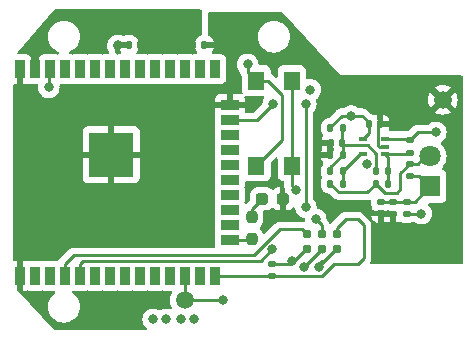
<source format=gbl>
%TF.GenerationSoftware,KiCad,Pcbnew,7.0.6*%
%TF.CreationDate,2024-04-07T09:56:08-04:00*%
%TF.ProjectId,Safe-To-Mate-O-Matic-v4,53616665-2d54-46f2-9d4d-6174652d4f2d,rev?*%
%TF.SameCoordinates,Original*%
%TF.FileFunction,Copper,L4,Bot*%
%TF.FilePolarity,Positive*%
%FSLAX46Y46*%
G04 Gerber Fmt 4.6, Leading zero omitted, Abs format (unit mm)*
G04 Created by KiCad (PCBNEW 7.0.6) date 2024-04-07 09:56:08*
%MOMM*%
%LPD*%
G01*
G04 APERTURE LIST*
G04 Aperture macros list*
%AMRoundRect*
0 Rectangle with rounded corners*
0 $1 Rounding radius*
0 $2 $3 $4 $5 $6 $7 $8 $9 X,Y pos of 4 corners*
0 Add a 4 corners polygon primitive as box body*
4,1,4,$2,$3,$4,$5,$6,$7,$8,$9,$2,$3,0*
0 Add four circle primitives for the rounded corners*
1,1,$1+$1,$2,$3*
1,1,$1+$1,$4,$5*
1,1,$1+$1,$6,$7*
1,1,$1+$1,$8,$9*
0 Add four rect primitives between the rounded corners*
20,1,$1+$1,$2,$3,$4,$5,0*
20,1,$1+$1,$4,$5,$6,$7,0*
20,1,$1+$1,$6,$7,$8,$9,0*
20,1,$1+$1,$8,$9,$2,$3,0*%
G04 Aperture macros list end*
%TA.AperFunction,ComponentPad*%
%ADD10R,1.800000X1.800000*%
%TD*%
%TA.AperFunction,ComponentPad*%
%ADD11C,1.800000*%
%TD*%
%TA.AperFunction,SMDPad,CuDef*%
%ADD12RoundRect,0.135000X0.135000X0.185000X-0.135000X0.185000X-0.135000X-0.185000X0.135000X-0.185000X0*%
%TD*%
%TA.AperFunction,SMDPad,CuDef*%
%ADD13RoundRect,0.135000X-0.135000X-0.185000X0.135000X-0.185000X0.135000X0.185000X-0.135000X0.185000X0*%
%TD*%
%TA.AperFunction,SMDPad,CuDef*%
%ADD14R,0.900000X1.500000*%
%TD*%
%TA.AperFunction,SMDPad,CuDef*%
%ADD15R,1.500000X0.900000*%
%TD*%
%TA.AperFunction,SMDPad,CuDef*%
%ADD16R,0.900000X0.900000*%
%TD*%
%TA.AperFunction,SMDPad,CuDef*%
%ADD17R,3.800000X3.800000*%
%TD*%
%TA.AperFunction,SMDPad,CuDef*%
%ADD18RoundRect,0.140000X-0.140000X-0.170000X0.140000X-0.170000X0.140000X0.170000X-0.140000X0.170000X0*%
%TD*%
%TA.AperFunction,SMDPad,CuDef*%
%ADD19RoundRect,0.135000X0.185000X-0.135000X0.185000X0.135000X-0.185000X0.135000X-0.185000X-0.135000X0*%
%TD*%
%TA.AperFunction,ConnectorPad*%
%ADD20C,0.787400*%
%TD*%
%TA.AperFunction,SMDPad,CuDef*%
%ADD21RoundRect,0.140000X0.140000X0.170000X-0.140000X0.170000X-0.140000X-0.170000X0.140000X-0.170000X0*%
%TD*%
%TA.AperFunction,SMDPad,CuDef*%
%ADD22C,1.500000*%
%TD*%
%TA.AperFunction,SMDPad,CuDef*%
%ADD23RoundRect,0.140000X-0.170000X0.140000X-0.170000X-0.140000X0.170000X-0.140000X0.170000X0.140000X0*%
%TD*%
%TA.AperFunction,SMDPad,CuDef*%
%ADD24RoundRect,0.237500X0.287500X0.237500X-0.287500X0.237500X-0.287500X-0.237500X0.287500X-0.237500X0*%
%TD*%
%TA.AperFunction,SMDPad,CuDef*%
%ADD25RoundRect,0.237500X-0.237500X0.250000X-0.237500X-0.250000X0.237500X-0.250000X0.237500X0.250000X0*%
%TD*%
%TA.AperFunction,SMDPad,CuDef*%
%ADD26RoundRect,0.135000X-0.185000X0.135000X-0.185000X-0.135000X0.185000X-0.135000X0.185000X0.135000X0*%
%TD*%
%TA.AperFunction,SMDPad,CuDef*%
%ADD27R,1.400000X1.600000*%
%TD*%
%TA.AperFunction,SMDPad,CuDef*%
%ADD28R,0.650000X0.400000*%
%TD*%
%TA.AperFunction,ViaPad*%
%ADD29C,0.800000*%
%TD*%
%TA.AperFunction,Conductor*%
%ADD30C,0.250000*%
%TD*%
%TA.AperFunction,Conductor*%
%ADD31C,0.304800*%
%TD*%
%TA.AperFunction,Conductor*%
%ADD32C,0.508000*%
%TD*%
G04 APERTURE END LIST*
D10*
%TO.P,D3,1,K*%
%TO.N,Net-(D3-K)*%
X172720000Y-84582000D03*
D11*
%TO.P,D3,2,A*%
%TO.N,Net-(D3-A)*%
X172720000Y-82042000D03*
%TD*%
D12*
%TO.P,R13,1*%
%TO.N,Net-(U2--)*%
X165330600Y-83312000D03*
%TO.P,R13,2*%
%TO.N,Net-(C1-Pad1)*%
X164310600Y-83312000D03*
%TD*%
D13*
%TO.P,R2,1*%
%TO.N,VDD*%
X164310600Y-79629000D03*
%TO.P,R2,2*%
%TO.N,Net-(C1-Pad1)*%
X165330600Y-79629000D03*
%TD*%
D14*
%TO.P,U1,1,GND*%
%TO.N,GND*%
X138023600Y-74650600D03*
%TO.P,U1,2,VDD*%
%TO.N,VDD*%
X139293600Y-74650600D03*
%TO.P,U1,3,EN*%
%TO.N,ESP32_EN*%
X140563600Y-74650600D03*
%TO.P,U1,4,SENSOR_VP*%
%TO.N,unconnected-(U1-SENSOR_VP-Pad4)*%
X141833600Y-74650600D03*
%TO.P,U1,5,SENSOR_VN*%
%TO.N,unconnected-(U1-SENSOR_VN-Pad5)*%
X143103600Y-74650600D03*
%TO.P,U1,6,IO34*%
%TO.N,unconnected-(U1-IO34-Pad6)*%
X144373600Y-74650600D03*
%TO.P,U1,7,IO35*%
%TO.N,unconnected-(U1-IO35-Pad7)*%
X145643600Y-74650600D03*
%TO.P,U1,8,IO32*%
%TO.N,unconnected-(U1-IO32-Pad8)*%
X146913600Y-74650600D03*
%TO.P,U1,9,IO33*%
%TO.N,unconnected-(U1-IO33-Pad9)*%
X148183600Y-74650600D03*
%TO.P,U1,10,IO25*%
%TO.N,unconnected-(U1-IO25-Pad10)*%
X149453600Y-74650600D03*
%TO.P,U1,11,IO26*%
%TO.N,unconnected-(U1-IO26-Pad11)*%
X150723600Y-74650600D03*
%TO.P,U1,12,IO27*%
%TO.N,unconnected-(U1-IO27-Pad12)*%
X151993600Y-74650600D03*
%TO.P,U1,13,IO14*%
%TO.N,unconnected-(U1-IO14-Pad13)*%
X153263600Y-74650600D03*
%TO.P,U1,14,IO12*%
%TO.N,unconnected-(U1-IO12-Pad14)*%
X154533600Y-74650600D03*
D15*
%TO.P,U1,15,GND*%
%TO.N,GND*%
X155783600Y-77690600D03*
%TO.P,U1,16,IO13*%
%TO.N,ON_n*%
X155783600Y-78960600D03*
%TO.P,U1,17,SHD/SD2*%
%TO.N,unconnected-(U1-SHD{slash}SD2-Pad17)*%
X155783600Y-80230600D03*
%TO.P,U1,18,SWP/SD3*%
%TO.N,unconnected-(U1-SWP{slash}SD3-Pad18)*%
X155783600Y-81500600D03*
%TO.P,U1,19,SCS/CMD*%
%TO.N,unconnected-(U1-SCS{slash}CMD-Pad19)*%
X155783600Y-82770600D03*
%TO.P,U1,20,SCK/CLK*%
%TO.N,unconnected-(U1-SCK{slash}CLK-Pad20)*%
X155783600Y-84040600D03*
%TO.P,U1,21,SDO/SD0*%
%TO.N,unconnected-(U1-SDO{slash}SD0-Pad21)*%
X155783600Y-85310600D03*
%TO.P,U1,22,SDI/SD1*%
%TO.N,unconnected-(U1-SDI{slash}SD1-Pad22)*%
X155783600Y-86580600D03*
%TO.P,U1,23,IO15*%
%TO.N,unconnected-(U1-IO15-Pad23)*%
X155783600Y-87850600D03*
%TO.P,U1,24,IO2*%
%TO.N,/LED*%
X155783600Y-89120600D03*
D14*
%TO.P,U1,25,IO0*%
%TO.N,ESP32_BOOT0*%
X154533600Y-92150600D03*
%TO.P,U1,26,IO4*%
%TO.N,unconnected-(U1-IO4-Pad26)*%
X153263600Y-92150600D03*
%TO.P,U1,27,IO16*%
%TO.N,RXD2*%
X151993600Y-92150600D03*
%TO.P,U1,28,IO17*%
%TO.N,unconnected-(U1-IO17-Pad28)*%
X150723600Y-92150600D03*
%TO.P,U1,29,IO5*%
%TO.N,unconnected-(U1-IO5-Pad29)*%
X149453600Y-92150600D03*
%TO.P,U1,30,IO18*%
%TO.N,unconnected-(U1-IO18-Pad30)*%
X148183600Y-92150600D03*
%TO.P,U1,31,IO19*%
%TO.N,unconnected-(U1-IO19-Pad31)*%
X146913600Y-92150600D03*
%TO.P,U1,32,NC*%
%TO.N,unconnected-(U1-NC-Pad32)*%
X145643600Y-92150600D03*
%TO.P,U1,33,IO21*%
%TO.N,unconnected-(U1-IO21-Pad33)*%
X144373600Y-92150600D03*
%TO.P,U1,34,RXD0/IO3*%
%TO.N,RXD0*%
X143103600Y-92150600D03*
%TO.P,U1,35,TXD0/IO1*%
%TO.N,TXD0*%
X141833600Y-92150600D03*
%TO.P,U1,36,IO22*%
%TO.N,unconnected-(U1-IO22-Pad36)*%
X140563600Y-92150600D03*
%TO.P,U1,37,IO23*%
%TO.N,unconnected-(U1-IO23-Pad37)*%
X139293600Y-92150600D03*
%TO.P,U1,38,GND*%
%TO.N,GND*%
X138023600Y-92150600D03*
D16*
%TO.P,U1,39,GND*%
X147143600Y-80500600D03*
X145743600Y-80500600D03*
X144343600Y-80500600D03*
X147143600Y-81900600D03*
X145743600Y-81900600D03*
D17*
X145743600Y-81900600D03*
D16*
X144343600Y-81900600D03*
X147143600Y-83300600D03*
X145743600Y-83300600D03*
X144343600Y-83300600D03*
%TD*%
D18*
%TO.P,C4,1*%
%TO.N,VDD*%
X152682000Y-72593200D03*
%TO.P,C4,2*%
%TO.N,GND*%
X153642000Y-72593200D03*
%TD*%
D12*
%TO.P,R12,1*%
%TO.N,Net-(U2-+)*%
X169191400Y-83286600D03*
%TO.P,R12,2*%
%TO.N,Net-(C1-Pad1)*%
X168171400Y-83286600D03*
%TD*%
D19*
%TO.P,R4,1*%
%TO.N,VDD*%
X170764200Y-86895400D03*
%TO.P,R4,2*%
%TO.N,Net-(D3-K)*%
X170764200Y-85875400D03*
%TD*%
D20*
%TO.P,J2,1,Pin_1*%
%TO.N,TXD0*%
X162306000Y-88620600D03*
%TO.P,J2,2,Pin_2*%
%TO.N,VDD*%
X162306000Y-89890600D03*
%TO.P,J2,3,Pin_3*%
%TO.N,RXD0*%
X163576000Y-88620600D03*
%TO.P,J2,4,Pin_4*%
%TO.N,ESP32_EN*%
X163576000Y-89890600D03*
%TO.P,J2,5,Pin_5*%
%TO.N,ESP32_BOOT0*%
X164846000Y-88620600D03*
%TO.P,J2,6,Pin_6*%
%TO.N,GND*%
X164846000Y-89890600D03*
%TD*%
D21*
%TO.P,C1,1*%
%TO.N,Net-(C1-Pad1)*%
X165300600Y-80899000D03*
%TO.P,C1,2*%
%TO.N,GND*%
X164340600Y-80899000D03*
%TD*%
D19*
%TO.P,R9,1*%
%TO.N,Net-(U2-+)*%
X171018200Y-81713800D03*
%TO.P,R9,2*%
%TO.N,RXD2*%
X171018200Y-80693800D03*
%TD*%
%TO.P,R8,1*%
%TO.N,Net-(D3-K)*%
X171018200Y-83695000D03*
%TO.P,R8,2*%
%TO.N,Net-(D3-A)*%
X171018200Y-82675000D03*
%TD*%
D22*
%TO.P,TP2,1,1*%
%TO.N,VDD*%
X147751800Y-70485000D03*
%TD*%
D23*
%TO.P,C6,1*%
%TO.N,Net-(D3-K)*%
X168554400Y-85905400D03*
%TO.P,C6,2*%
%TO.N,GND*%
X168554400Y-86865400D03*
%TD*%
D22*
%TO.P,TP5,1,1*%
%TO.N,GND*%
X173812200Y-77241400D03*
%TD*%
D24*
%TO.P,D2,1,K*%
%TO.N,GND*%
X160285400Y-85623400D03*
%TO.P,D2,2,A*%
%TO.N,Net-(D2-A)*%
X158535400Y-85623400D03*
%TD*%
D12*
%TO.P,R5,1*%
%TO.N,Net-(C1-Pad1)*%
X165330600Y-81940400D03*
%TO.P,R5,2*%
%TO.N,GND*%
X164310600Y-81940400D03*
%TD*%
D21*
%TO.P,C5,1*%
%TO.N,VDD*%
X148206400Y-72618600D03*
%TO.P,C5,2*%
%TO.N,GND*%
X147246400Y-72618600D03*
%TD*%
D22*
%TO.P,TP3,1,1*%
%TO.N,RXD2*%
X151993600Y-94234000D03*
%TD*%
D25*
%TO.P,R6,1*%
%TO.N,Net-(D2-A)*%
X157632400Y-87200100D03*
%TO.P,R6,2*%
%TO.N,/LED*%
X157632400Y-89025100D03*
%TD*%
D13*
%TO.P,R10,1*%
%TO.N,Net-(D3-A)*%
X168171400Y-84353400D03*
%TO.P,R10,2*%
%TO.N,Net-(U2-+)*%
X169191400Y-84353400D03*
%TD*%
D18*
%TO.P,C2,1*%
%TO.N,VDD*%
X167541000Y-79273400D03*
%TO.P,C2,2*%
%TO.N,GND*%
X168501000Y-79273400D03*
%TD*%
D13*
%TO.P,R11,1*%
%TO.N,Net-(D3-A)*%
X164310600Y-84353400D03*
%TO.P,R11,2*%
%TO.N,Net-(U2--)*%
X165330600Y-84353400D03*
%TD*%
D26*
%TO.P,R7,1*%
%TO.N,Net-(D3-K)*%
X169595800Y-85875400D03*
%TO.P,R7,2*%
%TO.N,GND*%
X169595800Y-86895400D03*
%TD*%
%TO.P,R16,1*%
%TO.N,VDD*%
X159385000Y-91184000D03*
%TO.P,R16,2*%
%TO.N,ESP32_BOOT0*%
X159385000Y-92204000D03*
%TD*%
D27*
%TO.P,SW1,1,1*%
%TO.N,Net-(Q2-C)*%
X161037400Y-82822600D03*
X161037400Y-75622600D03*
%TO.P,SW1,2,2*%
%TO.N,Net-(R15-Pad2)*%
X158037400Y-82822600D03*
X158037400Y-75622600D03*
%TD*%
D28*
%TO.P,U2,1*%
%TO.N,RXD2*%
X168945600Y-80553800D03*
%TO.P,U2,2,V-*%
%TO.N,GND*%
X168945600Y-81203800D03*
%TO.P,U2,3,+*%
%TO.N,Net-(U2-+)*%
X168945600Y-81853800D03*
%TO.P,U2,4,-*%
%TO.N,Net-(U2--)*%
X167045600Y-81853800D03*
%TO.P,U2,5,V+*%
%TO.N,VDD*%
X167045600Y-80553800D03*
%TD*%
D29*
%TO.N,VDD*%
X149275800Y-70789800D03*
X161036000Y-90932000D03*
X152730200Y-95834200D03*
X151587200Y-70789800D03*
X149301200Y-95834200D03*
X151612600Y-95834200D03*
X150393400Y-70789800D03*
X166065200Y-78613000D03*
X167395267Y-82686644D03*
X162610800Y-76403200D03*
X150418800Y-95834200D03*
X152704800Y-70789800D03*
X172008800Y-86893400D03*
%TO.N,GND*%
X163322000Y-91440000D03*
X170434000Y-77470000D03*
X168402000Y-77470000D03*
X168402000Y-76454000D03*
X173431200Y-86487000D03*
X171450000Y-76454000D03*
X168452800Y-90627200D03*
X145999200Y-96164400D03*
X138430000Y-77470000D03*
X138430000Y-80010000D03*
X171450000Y-77470000D03*
X139700000Y-93980000D03*
X138430000Y-82550000D03*
X138418570Y-83925477D03*
X138430000Y-78740000D03*
X146304000Y-72644000D03*
X138430000Y-87630000D03*
X156210000Y-72390000D03*
X138430000Y-85090000D03*
X138430000Y-88900000D03*
X169418000Y-76454000D03*
X138430000Y-90170000D03*
X144729200Y-96164400D03*
X169418000Y-77470000D03*
X170434000Y-76454000D03*
X138430000Y-81280000D03*
X154940000Y-71120000D03*
X171450000Y-78486000D03*
X154736800Y-72593200D03*
X159679553Y-87204954D03*
X138430000Y-86360000D03*
%TO.N,RXD0*%
X163068000Y-87376000D03*
X159385000Y-89916000D03*
%TO.N,ESP32_EN*%
X140462000Y-76200000D03*
X162052000Y-91440000D03*
%TO.N,ON_n*%
X159461200Y-77597000D03*
X162229800Y-86361700D03*
X162229800Y-77597000D03*
%TO.N,RXD2*%
X155194000Y-94234000D03*
X173228000Y-80010000D03*
%TO.N,Net-(Q2-C)*%
X161391600Y-84912200D03*
%TO.N,Net-(R15-Pad2)*%
X157302200Y-74244200D03*
%TD*%
D30*
%TO.N,VDD*%
X165252400Y-78613000D02*
X164310600Y-79554800D01*
X160784000Y-91184000D02*
X161036000Y-90932000D01*
X166065200Y-78613000D02*
X165252400Y-78613000D01*
X167541000Y-79149000D02*
X167541000Y-79273400D01*
X167541000Y-79273400D02*
X167541000Y-80058400D01*
D31*
X161264600Y-90932000D02*
X162306000Y-89890600D01*
D30*
X170766200Y-86893400D02*
X170764200Y-86895400D01*
X166065200Y-78613000D02*
X167005000Y-78613000D01*
X167005000Y-78613000D02*
X167541000Y-79149000D01*
D31*
X161036000Y-90932000D02*
X161264600Y-90932000D01*
D30*
X167541000Y-80058400D02*
X167045600Y-80553800D01*
X164310600Y-79554800D02*
X164310600Y-79629000D01*
X172008800Y-86893400D02*
X170766200Y-86893400D01*
X159385000Y-91184000D02*
X160784000Y-91184000D01*
%TO.N,GND*%
X168295600Y-79478800D02*
X168295600Y-81078800D01*
X168295600Y-81078800D02*
X168420600Y-81203800D01*
D31*
X164846000Y-89916000D02*
X164846000Y-89890600D01*
D30*
X160285400Y-85623400D02*
X160285400Y-86599107D01*
D31*
X163322000Y-91440000D02*
X164846000Y-89916000D01*
D30*
X160285400Y-86599107D02*
X159679553Y-87204954D01*
X168501000Y-79273400D02*
X168295600Y-79478800D01*
D32*
X146965500Y-72644000D02*
X146304000Y-72644000D01*
D30*
X168420600Y-81203800D02*
X168945600Y-81203800D01*
%TO.N,Net-(D3-K)*%
X168554400Y-85905400D02*
X170734200Y-85905400D01*
X171018200Y-83695000D02*
X171833000Y-83695000D01*
X171426600Y-85875400D02*
X172415200Y-84886800D01*
X171833000Y-83695000D02*
X172720000Y-84582000D01*
X170764200Y-85875400D02*
X171426600Y-85875400D01*
%TO.N,Net-(D2-A)*%
X157632400Y-86526400D02*
X158535400Y-85623400D01*
X157632400Y-87200100D02*
X157632400Y-86526400D01*
%TO.N,Net-(U2--)*%
X167045600Y-81853800D02*
X166788800Y-81853800D01*
X165330600Y-83312000D02*
X165330600Y-84353400D01*
X166788800Y-81853800D02*
X165330600Y-83312000D01*
%TO.N,TXD0*%
X161912301Y-88226901D02*
X160007299Y-88226901D01*
X157810200Y-90424000D02*
X142560200Y-90424000D01*
X141833600Y-91150600D02*
X141833600Y-92150600D01*
X142560200Y-90424000D02*
X141833600Y-91150600D01*
X162306000Y-88620600D02*
X161912301Y-88226901D01*
X160007299Y-88226901D02*
X157810200Y-90424000D01*
%TO.N,RXD0*%
X158427000Y-90874000D02*
X143380200Y-90874000D01*
X163576000Y-88620600D02*
X163576000Y-87884000D01*
X159385000Y-89916000D02*
X158427000Y-90874000D01*
X163576000Y-87884000D02*
X163068000Y-87376000D01*
X143103600Y-91150600D02*
X143103600Y-92150600D01*
X143380200Y-90874000D02*
X143103600Y-91150600D01*
%TO.N,Net-(D3-A)*%
X164310600Y-84353400D02*
X165047200Y-85090000D01*
X171018200Y-82675000D02*
X170213662Y-83479538D01*
X172337100Y-82424900D02*
X172720000Y-82042000D01*
X172339000Y-82042000D02*
X172720000Y-82042000D01*
X169926000Y-85115400D02*
X168933400Y-85115400D01*
X171018200Y-82675000D02*
X171706000Y-82675000D01*
X167434800Y-85090000D02*
X168171400Y-84353400D01*
X170213662Y-83479538D02*
X170213662Y-84827738D01*
X165047200Y-85090000D02*
X167434800Y-85090000D01*
X168933400Y-85115400D02*
X168171400Y-84353400D01*
X171706000Y-82675000D02*
X172339000Y-82042000D01*
X170213662Y-84827738D02*
X169926000Y-85115400D01*
%TO.N,ESP32_EN*%
X140462000Y-74752200D02*
X140563600Y-74650600D01*
X163576000Y-89890600D02*
X163576000Y-90144204D01*
X163576000Y-89890600D02*
X163576000Y-89916000D01*
X163576000Y-89916000D02*
X162052000Y-91440000D01*
X140462000Y-76200000D02*
X140462000Y-74752200D01*
%TO.N,ESP32_BOOT0*%
X167132000Y-90678000D02*
X166624000Y-91186000D01*
X164047000Y-91731000D02*
X164047000Y-91740305D01*
X166624000Y-91186000D02*
X164592000Y-91186000D01*
X165614700Y-87369300D02*
X166617300Y-87369300D01*
X166617300Y-87369300D02*
X167132000Y-87884000D01*
X164592000Y-91186000D02*
X164047000Y-91731000D01*
X167132000Y-87884000D02*
X167132000Y-90678000D01*
X154585000Y-92202000D02*
X154533600Y-92150600D01*
X163585305Y-92202000D02*
X154585000Y-92202000D01*
X164846000Y-88620600D02*
X164846000Y-88138000D01*
X164846000Y-88138000D02*
X165614700Y-87369300D01*
X164047000Y-91740305D02*
X163585305Y-92202000D01*
%TO.N,ON_n*%
X162229800Y-77597000D02*
X162229800Y-86361700D01*
X158097600Y-78960600D02*
X159461200Y-77597000D01*
X155783600Y-78960600D02*
X158097600Y-78960600D01*
%TO.N,/LED*%
X157536900Y-89120600D02*
X157632400Y-89025100D01*
X155783600Y-89120600D02*
X157536900Y-89120600D01*
%TO.N,RXD2*%
X151993600Y-94234000D02*
X151993600Y-92150600D01*
X171702000Y-80010000D02*
X171018200Y-80693800D01*
X151993600Y-94234000D02*
X155194000Y-94234000D01*
X168945600Y-80553800D02*
X170878200Y-80553800D01*
X173228000Y-80010000D02*
X171702000Y-80010000D01*
X170878200Y-80553800D02*
X171018200Y-80693800D01*
%TO.N,Net-(C1-Pad1)*%
X164310600Y-83312000D02*
X164310600Y-82960400D01*
X165330600Y-81940400D02*
X165330600Y-80929000D01*
X165300600Y-80899000D02*
X165300600Y-79659000D01*
X165330600Y-80929000D02*
X165300600Y-80899000D01*
X165300600Y-79659000D02*
X165330600Y-79629000D01*
X168171400Y-81804600D02*
X167445600Y-81078800D01*
X165480400Y-81078800D02*
X165300600Y-80899000D01*
X167445600Y-81078800D02*
X165480400Y-81078800D01*
X164310600Y-82960400D02*
X165330600Y-81940400D01*
X168171400Y-83286600D02*
X168171400Y-81804600D01*
%TO.N,Net-(U2-+)*%
X171018200Y-81713800D02*
X170878200Y-81853800D01*
X170878200Y-81853800D02*
X168945600Y-81853800D01*
X169191400Y-84353400D02*
X169191400Y-83286600D01*
X169191400Y-82099600D02*
X168945600Y-81853800D01*
X169191400Y-83286600D02*
X169191400Y-82099600D01*
%TO.N,Net-(Q2-C)*%
X161037400Y-84558000D02*
X161037400Y-82822600D01*
X161391600Y-84912200D02*
X161037400Y-84558000D01*
X161222000Y-75438000D02*
X161037400Y-75622600D01*
X160996800Y-75663200D02*
X161037400Y-75622600D01*
X161037400Y-75622600D02*
X161037400Y-82822600D01*
%TO.N,Net-(R15-Pad2)*%
X157302200Y-74244200D02*
X157302200Y-74887400D01*
X160186200Y-76821400D02*
X160186200Y-80673800D01*
X157302200Y-74887400D02*
X158037400Y-75622600D01*
X158037400Y-75622600D02*
X158987400Y-75622600D01*
X158987400Y-75622600D02*
X160186200Y-76821400D01*
X160186200Y-80673800D02*
X158037400Y-82822600D01*
%TD*%
%TA.AperFunction,Conductor*%
%TO.N,VDD*%
G36*
X153359039Y-69615685D02*
G01*
X153404794Y-69668489D01*
X153416000Y-69720000D01*
X153416000Y-71679769D01*
X153396315Y-71746808D01*
X153343511Y-71792563D01*
X153326596Y-71798845D01*
X153242406Y-71823304D01*
X153242402Y-71823306D01*
X153101373Y-71906710D01*
X153101365Y-71906716D01*
X152985516Y-72022565D01*
X152985510Y-72022573D01*
X152902106Y-72163602D01*
X152902104Y-72163607D01*
X152856394Y-72320941D01*
X152856393Y-72320947D01*
X152853500Y-72357713D01*
X152853500Y-72828687D01*
X152856393Y-72865452D01*
X152856394Y-72865458D01*
X152902104Y-73022792D01*
X152902106Y-73022797D01*
X152985510Y-73163826D01*
X152985516Y-73163834D01*
X153002101Y-73180419D01*
X153035586Y-73241742D01*
X153030602Y-73311434D01*
X152988730Y-73367367D01*
X152923266Y-73391784D01*
X152914420Y-73392100D01*
X152764945Y-73392100D01*
X152704402Y-73398610D01*
X152704395Y-73398612D01*
X152671931Y-73410720D01*
X152602239Y-73415703D01*
X152585269Y-73410720D01*
X152552804Y-73398612D01*
X152552802Y-73398611D01*
X152552801Y-73398611D01*
X152552800Y-73398610D01*
X152552797Y-73398610D01*
X152492254Y-73392100D01*
X152492238Y-73392100D01*
X151494962Y-73392100D01*
X151494945Y-73392100D01*
X151434402Y-73398610D01*
X151434395Y-73398612D01*
X151401931Y-73410720D01*
X151332239Y-73415703D01*
X151315269Y-73410720D01*
X151282804Y-73398612D01*
X151282802Y-73398611D01*
X151282801Y-73398611D01*
X151282800Y-73398610D01*
X151282797Y-73398610D01*
X151222254Y-73392100D01*
X151222238Y-73392100D01*
X150224962Y-73392100D01*
X150224945Y-73392100D01*
X150164402Y-73398610D01*
X150164395Y-73398612D01*
X150131931Y-73410720D01*
X150062239Y-73415703D01*
X150045269Y-73410720D01*
X150012804Y-73398612D01*
X150012802Y-73398611D01*
X150012801Y-73398611D01*
X150012800Y-73398610D01*
X150012797Y-73398610D01*
X149952254Y-73392100D01*
X149952238Y-73392100D01*
X148954962Y-73392100D01*
X148954945Y-73392100D01*
X148894402Y-73398610D01*
X148894395Y-73398612D01*
X148861931Y-73410720D01*
X148792239Y-73415703D01*
X148775269Y-73410720D01*
X148742804Y-73398612D01*
X148742802Y-73398611D01*
X148742801Y-73398611D01*
X148742800Y-73398610D01*
X148742797Y-73398610D01*
X148682254Y-73392100D01*
X148682238Y-73392100D01*
X147998641Y-73392100D01*
X147931602Y-73372415D01*
X147885847Y-73319611D01*
X147875903Y-73250453D01*
X147899006Y-73195997D01*
X147898917Y-73195944D01*
X147899315Y-73195270D01*
X147900660Y-73192101D01*
X147902882Y-73189234D01*
X147902888Y-73189229D01*
X147986294Y-73048197D01*
X148032006Y-72890854D01*
X148034900Y-72854084D01*
X148034900Y-72383116D01*
X148032975Y-72358664D01*
X148032006Y-72346347D01*
X148032005Y-72346341D01*
X147986295Y-72189007D01*
X147986294Y-72189003D01*
X147902888Y-72047971D01*
X147902886Y-72047969D01*
X147902883Y-72047965D01*
X147787034Y-71932116D01*
X147787026Y-71932110D01*
X147645997Y-71848706D01*
X147645992Y-71848704D01*
X147488658Y-71802994D01*
X147488652Y-71802993D01*
X147451887Y-71800100D01*
X147451884Y-71800100D01*
X147040916Y-71800100D01*
X147040913Y-71800100D01*
X147004147Y-71802993D01*
X147004141Y-71802994D01*
X146839312Y-71850882D01*
X146838826Y-71849211D01*
X146778995Y-71856585D01*
X146748682Y-71847508D01*
X146639382Y-71798845D01*
X146586288Y-71775206D01*
X146586286Y-71775205D01*
X146399487Y-71735500D01*
X146208513Y-71735500D01*
X146021714Y-71775205D01*
X146021711Y-71775206D01*
X146021712Y-71775206D01*
X145856628Y-71848706D01*
X145847246Y-71852883D01*
X145692745Y-71965135D01*
X145564959Y-72107057D01*
X145469473Y-72272443D01*
X145469470Y-72272450D01*
X145433514Y-72383113D01*
X145410458Y-72454072D01*
X145390496Y-72644000D01*
X145410458Y-72833928D01*
X145410459Y-72833931D01*
X145469470Y-73015549D01*
X145469473Y-73015556D01*
X145564960Y-73180944D01*
X145568359Y-73184719D01*
X145568729Y-73185130D01*
X145598957Y-73248122D01*
X145590331Y-73317457D01*
X145545588Y-73371122D01*
X145478935Y-73392078D01*
X145476577Y-73392100D01*
X145144945Y-73392100D01*
X145084402Y-73398610D01*
X145084395Y-73398612D01*
X145051931Y-73410720D01*
X144982239Y-73415703D01*
X144965269Y-73410720D01*
X144932804Y-73398612D01*
X144932802Y-73398611D01*
X144932801Y-73398611D01*
X144932800Y-73398610D01*
X144932797Y-73398610D01*
X144872254Y-73392100D01*
X144872238Y-73392100D01*
X143874962Y-73392100D01*
X143874945Y-73392100D01*
X143814402Y-73398610D01*
X143814395Y-73398612D01*
X143781931Y-73410720D01*
X143712239Y-73415703D01*
X143695269Y-73410720D01*
X143662804Y-73398612D01*
X143662802Y-73398611D01*
X143662801Y-73398611D01*
X143662800Y-73398610D01*
X143662797Y-73398610D01*
X143602254Y-73392100D01*
X143602238Y-73392100D01*
X142604962Y-73392100D01*
X142604945Y-73392100D01*
X142544402Y-73398610D01*
X142544395Y-73398612D01*
X142511931Y-73410720D01*
X142442239Y-73415703D01*
X142425269Y-73410720D01*
X142392804Y-73398612D01*
X142392802Y-73398611D01*
X142392801Y-73398611D01*
X142392800Y-73398610D01*
X142392797Y-73398610D01*
X142332254Y-73392100D01*
X142332238Y-73392100D01*
X142276343Y-73392100D01*
X142209304Y-73372415D01*
X142163549Y-73319611D01*
X142153605Y-73250453D01*
X142182630Y-73186897D01*
X142223938Y-73155718D01*
X142409829Y-73069035D01*
X142603401Y-72933495D01*
X142770495Y-72766401D01*
X142906035Y-72572830D01*
X143005903Y-72358663D01*
X143067063Y-72130408D01*
X143087659Y-71895000D01*
X143067063Y-71659592D01*
X143005903Y-71431337D01*
X142906035Y-71217171D01*
X142906034Y-71217169D01*
X142770494Y-71023597D01*
X142603402Y-70856505D01*
X142409830Y-70720965D01*
X142409828Y-70720964D01*
X142302746Y-70671031D01*
X142195663Y-70621097D01*
X142195659Y-70621096D01*
X142195655Y-70621094D01*
X141967413Y-70559938D01*
X141967403Y-70559936D01*
X141790966Y-70544500D01*
X141673034Y-70544500D01*
X141496596Y-70559936D01*
X141496586Y-70559938D01*
X141268344Y-70621094D01*
X141268335Y-70621098D01*
X141054171Y-70720964D01*
X141054169Y-70720965D01*
X140860597Y-70856505D01*
X140693506Y-71023597D01*
X140693501Y-71023604D01*
X140557967Y-71217165D01*
X140557965Y-71217169D01*
X140458098Y-71431335D01*
X140458094Y-71431344D01*
X140396938Y-71659586D01*
X140396936Y-71659596D01*
X140376341Y-71894999D01*
X140376341Y-71895000D01*
X140396936Y-72130403D01*
X140396938Y-72130413D01*
X140458094Y-72358655D01*
X140458096Y-72358659D01*
X140458097Y-72358663D01*
X140469500Y-72383116D01*
X140557964Y-72572828D01*
X140557965Y-72572830D01*
X140693505Y-72766402D01*
X140860597Y-72933494D01*
X141054169Y-73069034D01*
X141054171Y-73069035D01*
X141257449Y-73163826D01*
X141273244Y-73171191D01*
X141272593Y-73172586D01*
X141323124Y-73209779D01*
X141348070Y-73275044D01*
X141333772Y-73343435D01*
X141284768Y-73393239D01*
X141267795Y-73401073D01*
X141241933Y-73410719D01*
X141172242Y-73415703D01*
X141155269Y-73410720D01*
X141122804Y-73398612D01*
X141122802Y-73398611D01*
X141122801Y-73398611D01*
X141122800Y-73398610D01*
X141122797Y-73398610D01*
X141062254Y-73392100D01*
X141062238Y-73392100D01*
X140064962Y-73392100D01*
X140064945Y-73392100D01*
X140004397Y-73398611D01*
X140004395Y-73398611D01*
X139867395Y-73449711D01*
X139750339Y-73537339D01*
X139662711Y-73654395D01*
X139611611Y-73791395D01*
X139611611Y-73791397D01*
X139605100Y-73851945D01*
X139605100Y-75060000D01*
X139585415Y-75127039D01*
X139532611Y-75172794D01*
X139481100Y-75184000D01*
X139106100Y-75184000D01*
X139039061Y-75164315D01*
X138993306Y-75111511D01*
X138982100Y-75060000D01*
X138982100Y-73851962D01*
X138982099Y-73851945D01*
X138978757Y-73820870D01*
X138975589Y-73791399D01*
X138924489Y-73654396D01*
X138836861Y-73537339D01*
X138719804Y-73449711D01*
X138719803Y-73449710D01*
X138582803Y-73398611D01*
X138522254Y-73392100D01*
X138522238Y-73392100D01*
X137921680Y-73392100D01*
X137854641Y-73372415D01*
X137808886Y-73319611D01*
X137798942Y-73250453D01*
X137827967Y-73186897D01*
X137828261Y-73186558D01*
X140932948Y-69638344D01*
X140991908Y-69600855D01*
X141026268Y-69596000D01*
X153292000Y-69596000D01*
X153359039Y-69615685D01*
G37*
%TD.AperFunction*%
%TD*%
%TA.AperFunction,Conductor*%
%TO.N,GND*%
G36*
X160286203Y-69870002D02*
G01*
X160311515Y-69891464D01*
X165100000Y-75184000D01*
X175388000Y-75184000D01*
X175456121Y-75204002D01*
X175502614Y-75257658D01*
X175514000Y-75310000D01*
X175514000Y-91060000D01*
X175493998Y-91128121D01*
X175440342Y-91174614D01*
X175388000Y-91186000D01*
X167794256Y-91186000D01*
X167726135Y-91165998D01*
X167679642Y-91112342D01*
X167669538Y-91042068D01*
X167678618Y-91009961D01*
X167681611Y-91003042D01*
X167681613Y-91003041D01*
X167700349Y-90959742D01*
X167702961Y-90954412D01*
X167724194Y-90915790D01*
X167725695Y-90913060D01*
X167730733Y-90893435D01*
X167737138Y-90874730D01*
X167738061Y-90872598D01*
X167745181Y-90856145D01*
X167752563Y-90809525D01*
X167753761Y-90803744D01*
X167765500Y-90758030D01*
X167765500Y-90737769D01*
X167767051Y-90718058D01*
X167770219Y-90698056D01*
X167765780Y-90651089D01*
X167765500Y-90645157D01*
X167765500Y-87967854D01*
X167767249Y-87952012D01*
X167766956Y-87951985D01*
X167767700Y-87944099D01*
X167767702Y-87944092D01*
X167765500Y-87874028D01*
X167765500Y-87844144D01*
X167764620Y-87837182D01*
X167764156Y-87831293D01*
X167762674Y-87784111D01*
X167757017Y-87764642D01*
X167753012Y-87745298D01*
X167750474Y-87725203D01*
X167733100Y-87681322D01*
X167731181Y-87675716D01*
X167730653Y-87673900D01*
X167718018Y-87630407D01*
X167714942Y-87625205D01*
X167707706Y-87612970D01*
X167699010Y-87595221D01*
X167691552Y-87576383D01*
X167691550Y-87576381D01*
X167688633Y-87569012D01*
X167691091Y-87568038D01*
X167678563Y-87511247D01*
X167679232Y-87509434D01*
X167627411Y-87483402D01*
X167624327Y-87480423D01*
X167622233Y-87478329D01*
X167609384Y-87463289D01*
X167597472Y-87446893D01*
X167597469Y-87446891D01*
X167597469Y-87446890D01*
X167561113Y-87416813D01*
X167556721Y-87412817D01*
X167263305Y-87119400D01*
X167742727Y-87119400D01*
X167784970Y-87264799D01*
X167821854Y-87327166D01*
X167839314Y-87395983D01*
X167837795Y-87400523D01*
X167893103Y-87430514D01*
X167984074Y-87521485D01*
X167984081Y-87521491D01*
X168124999Y-87604829D01*
X168282229Y-87650509D01*
X168282224Y-87650509D01*
X168300399Y-87651939D01*
X168300400Y-87651939D01*
X168300400Y-87149400D01*
X168808400Y-87149400D01*
X168808400Y-87651939D01*
X168826573Y-87650509D01*
X168983793Y-87604831D01*
X168987227Y-87602801D01*
X168990277Y-87602026D01*
X168991072Y-87601683D01*
X168991127Y-87601811D01*
X169056042Y-87585338D01*
X169115513Y-87602798D01*
X169153401Y-87625205D01*
X169309414Y-87670532D01*
X169341799Y-87673079D01*
X169341800Y-87673079D01*
X169341800Y-87149400D01*
X168808400Y-87149400D01*
X168300400Y-87149400D01*
X168300400Y-87119400D01*
X167742727Y-87119400D01*
X167263305Y-87119400D01*
X167124542Y-86980637D01*
X167114580Y-86968201D01*
X167114353Y-86968390D01*
X167109300Y-86962282D01*
X167058220Y-86914315D01*
X167037077Y-86893171D01*
X167037072Y-86893166D01*
X167031525Y-86888863D01*
X167027017Y-86885012D01*
X166992625Y-86852717D01*
X166992619Y-86852713D01*
X166974863Y-86842951D01*
X166958347Y-86832102D01*
X166942341Y-86819686D01*
X166911589Y-86806378D01*
X166899040Y-86800948D01*
X166893708Y-86798336D01*
X166852361Y-86775605D01*
X166832736Y-86770566D01*
X166814036Y-86764164D01*
X166795445Y-86756119D01*
X166795443Y-86756118D01*
X166795442Y-86756118D01*
X166748842Y-86748737D01*
X166743029Y-86747533D01*
X166697330Y-86735800D01*
X166677076Y-86735800D01*
X166657366Y-86734249D01*
X166637357Y-86731080D01*
X166637356Y-86731080D01*
X166590383Y-86735520D01*
X166584450Y-86735800D01*
X165698553Y-86735800D01*
X165682711Y-86734050D01*
X165682684Y-86734344D01*
X165674791Y-86733597D01*
X165604728Y-86735800D01*
X165574844Y-86735800D01*
X165574840Y-86735800D01*
X165574829Y-86735801D01*
X165567890Y-86736677D01*
X165561977Y-86737143D01*
X165514814Y-86738625D01*
X165514807Y-86738627D01*
X165495349Y-86744279D01*
X165476004Y-86748285D01*
X165455906Y-86750825D01*
X165455897Y-86750827D01*
X165412031Y-86768194D01*
X165406416Y-86770117D01*
X165361108Y-86783281D01*
X165343664Y-86793597D01*
X165325918Y-86802290D01*
X165307082Y-86809748D01*
X165268909Y-86837481D01*
X165263948Y-86840740D01*
X165223338Y-86864758D01*
X165209011Y-86879084D01*
X165193985Y-86891917D01*
X165177595Y-86903825D01*
X165177593Y-86903827D01*
X165147508Y-86940192D01*
X165143512Y-86944583D01*
X164457340Y-87630754D01*
X164444903Y-87640719D01*
X164445091Y-87640946D01*
X164438982Y-87645999D01*
X164391012Y-87697082D01*
X164379227Y-87708866D01*
X164316913Y-87742888D01*
X164246098Y-87737820D01*
X164189264Y-87695270D01*
X164169139Y-87654917D01*
X164162019Y-87630409D01*
X164162018Y-87630407D01*
X164162018Y-87630406D01*
X164151700Y-87612961D01*
X164143005Y-87595209D01*
X164142821Y-87594745D01*
X164135552Y-87576383D01*
X164135550Y-87576379D01*
X164107818Y-87538210D01*
X164104562Y-87533253D01*
X164080542Y-87492637D01*
X164080540Y-87492635D01*
X164080540Y-87492634D01*
X164066218Y-87478312D01*
X164053377Y-87463279D01*
X164052276Y-87461764D01*
X164041472Y-87446893D01*
X164041470Y-87446891D01*
X164041471Y-87446891D01*
X164023572Y-87432084D01*
X163983835Y-87373250D01*
X163978579Y-87348171D01*
X163972254Y-87287996D01*
X163961542Y-87186072D01*
X163902527Y-87004444D01*
X163807040Y-86839056D01*
X163807038Y-86839054D01*
X163807034Y-86839048D01*
X163679255Y-86697135D01*
X163524752Y-86584882D01*
X163350284Y-86507204D01*
X163243106Y-86484422D01*
X163180633Y-86450694D01*
X163146312Y-86388544D01*
X163144082Y-86368257D01*
X163143994Y-86368267D01*
X163141299Y-86342629D01*
X163123342Y-86171772D01*
X163064327Y-85990144D01*
X162980679Y-85845261D01*
X162968842Y-85824759D01*
X162968841Y-85824758D01*
X162968840Y-85824756D01*
X162895663Y-85743484D01*
X162864946Y-85679476D01*
X162863300Y-85659174D01*
X162863300Y-84103407D01*
X163532100Y-84103407D01*
X163532101Y-84603390D01*
X163534970Y-84639864D01*
X163580332Y-84796000D01*
X163663092Y-84935939D01*
X163663098Y-84935946D01*
X163778053Y-85050901D01*
X163778060Y-85050907D01*
X163917999Y-85133667D01*
X163918002Y-85133667D01*
X163918004Y-85133669D01*
X164074134Y-85179029D01*
X164110611Y-85181900D01*
X164191004Y-85181899D01*
X164259124Y-85201900D01*
X164280100Y-85218804D01*
X164539953Y-85478657D01*
X164549920Y-85491097D01*
X164550147Y-85490910D01*
X164555199Y-85497017D01*
X164555200Y-85497018D01*
X164606295Y-85544999D01*
X164627431Y-85566135D01*
X164632970Y-85570431D01*
X164637482Y-85574285D01*
X164671879Y-85606586D01*
X164689627Y-85616342D01*
X164706157Y-85627201D01*
X164722159Y-85639614D01*
X164764659Y-85658004D01*
X164765462Y-85658352D01*
X164770783Y-85660958D01*
X164812140Y-85683695D01*
X164812148Y-85683697D01*
X164831758Y-85688732D01*
X164850467Y-85695137D01*
X164869055Y-85703181D01*
X164915677Y-85710564D01*
X164921462Y-85711763D01*
X164967170Y-85723500D01*
X164987424Y-85723500D01*
X165007134Y-85725051D01*
X165009341Y-85725400D01*
X165027143Y-85728220D01*
X165061672Y-85724956D01*
X165074117Y-85723780D01*
X165080050Y-85723500D01*
X167350947Y-85723500D01*
X167366788Y-85725249D01*
X167366816Y-85724956D01*
X167374702Y-85725700D01*
X167374709Y-85725702D01*
X167444758Y-85723500D01*
X167474656Y-85723500D01*
X167481618Y-85722619D01*
X167487519Y-85722154D01*
X167534689Y-85720673D01*
X167554147Y-85715019D01*
X167573488Y-85711013D01*
X167593597Y-85708474D01*
X167593600Y-85708472D01*
X167594112Y-85708408D01*
X167664202Y-85719717D01*
X167717052Y-85767124D01*
X167735900Y-85833415D01*
X167735900Y-86110888D01*
X167738793Y-86147652D01*
X167784506Y-86304997D01*
X167794416Y-86321754D01*
X167811874Y-86390570D01*
X167794417Y-86450026D01*
X167784969Y-86466001D01*
X167742727Y-86611400D01*
X168033021Y-86611400D01*
X168097160Y-86628946D01*
X168124799Y-86645292D01*
X168124803Y-86645294D01*
X168282146Y-86691006D01*
X168289499Y-86691584D01*
X168318912Y-86693900D01*
X168318916Y-86693900D01*
X168789888Y-86693900D01*
X168814397Y-86691970D01*
X168826654Y-86691006D01*
X168983997Y-86645294D01*
X169011638Y-86628946D01*
X169075778Y-86611400D01*
X169154997Y-86611400D01*
X169190150Y-86616403D01*
X169309334Y-86651029D01*
X169345807Y-86653900D01*
X169345810Y-86653899D01*
X169345811Y-86653900D01*
X169723800Y-86653899D01*
X169791920Y-86673901D01*
X169838413Y-86727556D01*
X169849800Y-86779899D01*
X169849800Y-87673079D01*
X169882185Y-87670532D01*
X170038197Y-87625206D01*
X170115369Y-87579566D01*
X170184185Y-87562106D01*
X170243646Y-87579565D01*
X170321604Y-87625669D01*
X170465071Y-87667350D01*
X170477734Y-87671029D01*
X170514207Y-87673900D01*
X170514210Y-87673899D01*
X170514211Y-87673900D01*
X170847573Y-87673899D01*
X171014190Y-87673899D01*
X171032427Y-87672464D01*
X171050666Y-87671029D01*
X171206796Y-87625669D01*
X171206798Y-87625667D01*
X171206800Y-87625667D01*
X171281231Y-87581649D01*
X171350047Y-87564189D01*
X171417378Y-87586706D01*
X171419431Y-87588166D01*
X171481423Y-87633206D01*
X171552048Y-87684518D01*
X171726512Y-87762194D01*
X171913313Y-87801900D01*
X172104287Y-87801900D01*
X172291088Y-87762194D01*
X172465552Y-87684518D01*
X172620053Y-87572266D01*
X172650717Y-87538210D01*
X172747834Y-87430351D01*
X172747835Y-87430349D01*
X172747840Y-87430344D01*
X172843327Y-87264956D01*
X172902342Y-87083328D01*
X172922304Y-86893400D01*
X172902342Y-86703472D01*
X172843327Y-86521844D01*
X172747840Y-86356456D01*
X172747838Y-86356454D01*
X172747834Y-86356448D01*
X172620057Y-86214537D01*
X172615173Y-86210140D01*
X172577930Y-86149695D01*
X172579279Y-86078712D01*
X172618790Y-86019725D01*
X172683920Y-85991464D01*
X172699479Y-85990500D01*
X173668632Y-85990500D01*
X173668638Y-85990500D01*
X173668645Y-85990499D01*
X173668649Y-85990499D01*
X173729196Y-85983990D01*
X173729199Y-85983989D01*
X173729201Y-85983989D01*
X173866204Y-85932889D01*
X173950480Y-85869801D01*
X173983261Y-85845261D01*
X174070887Y-85728207D01*
X174070887Y-85728206D01*
X174070889Y-85728204D01*
X174121989Y-85591201D01*
X174124027Y-85572250D01*
X174128499Y-85530649D01*
X174128500Y-85530632D01*
X174128500Y-83633367D01*
X174128499Y-83633350D01*
X174121990Y-83572803D01*
X174121988Y-83572795D01*
X174070889Y-83435797D01*
X174070887Y-83435792D01*
X173983261Y-83318738D01*
X173866207Y-83231112D01*
X173866204Y-83231111D01*
X173798824Y-83205979D01*
X173741989Y-83163432D01*
X173717179Y-83096911D01*
X173732271Y-83027538D01*
X173750156Y-83002588D01*
X173835314Y-82910083D01*
X173962984Y-82714669D01*
X174056749Y-82500907D01*
X174114051Y-82274626D01*
X174133327Y-82042000D01*
X174114051Y-81809374D01*
X174074707Y-81654007D01*
X174056750Y-81583096D01*
X174056747Y-81583089D01*
X174031970Y-81526604D01*
X173962984Y-81369331D01*
X173951664Y-81352004D01*
X173835314Y-81173916D01*
X173677231Y-81002193D01*
X173677225Y-81002187D01*
X173677220Y-81002182D01*
X173677213Y-81002177D01*
X173673392Y-80998659D01*
X173674665Y-80997275D01*
X173637973Y-80946277D01*
X173634249Y-80875378D01*
X173669447Y-80813721D01*
X173682780Y-80802550D01*
X173684749Y-80801119D01*
X173684752Y-80801118D01*
X173839253Y-80688866D01*
X173854511Y-80671920D01*
X173967034Y-80546951D01*
X173967035Y-80546949D01*
X173967040Y-80546944D01*
X174062527Y-80381556D01*
X174121542Y-80199928D01*
X174141504Y-80010000D01*
X174121542Y-79820072D01*
X174062527Y-79638444D01*
X173967040Y-79473056D01*
X173967038Y-79473054D01*
X173967034Y-79473048D01*
X173839255Y-79331135D01*
X173684752Y-79218882D01*
X173510288Y-79141206D01*
X173323487Y-79101500D01*
X173132513Y-79101500D01*
X172945711Y-79141206D01*
X172771247Y-79218882D01*
X172616747Y-79331133D01*
X172613437Y-79334810D01*
X172552991Y-79372050D01*
X172519800Y-79376500D01*
X171785853Y-79376500D01*
X171770011Y-79374750D01*
X171769984Y-79375044D01*
X171762092Y-79374298D01*
X171762091Y-79374298D01*
X171692042Y-79376500D01*
X171662144Y-79376500D01*
X171662140Y-79376500D01*
X171662130Y-79376501D01*
X171655179Y-79377379D01*
X171649267Y-79377844D01*
X171602112Y-79379326D01*
X171602110Y-79379327D01*
X171582655Y-79384978D01*
X171563302Y-79388986D01*
X171543210Y-79391524D01*
X171543202Y-79391526D01*
X171499336Y-79408893D01*
X171493721Y-79410816D01*
X171448407Y-79423982D01*
X171448402Y-79423984D01*
X171430963Y-79434297D01*
X171413218Y-79442990D01*
X171394380Y-79450449D01*
X171374158Y-79465142D01*
X171356212Y-79478180D01*
X171351261Y-79481433D01*
X171310640Y-79505455D01*
X171296307Y-79519787D01*
X171281281Y-79532620D01*
X171264895Y-79544526D01*
X171264894Y-79544526D01*
X171234818Y-79580880D01*
X171230823Y-79585271D01*
X170937698Y-79878395D01*
X170875386Y-79912421D01*
X170848605Y-79915300D01*
X170768210Y-79915301D01*
X170731737Y-79918170D01*
X170731309Y-79918249D01*
X170708666Y-79920300D01*
X169580810Y-79920300D01*
X169520431Y-79904891D01*
X169516804Y-79902911D01*
X169379804Y-79851811D01*
X169379797Y-79851810D01*
X169352138Y-79848836D01*
X169286546Y-79821666D01*
X169246055Y-79763347D01*
X169243522Y-79692396D01*
X169244611Y-79688404D01*
X169286109Y-79545571D01*
X169287539Y-79527400D01*
X168455500Y-79527400D01*
X168387379Y-79507398D01*
X168340886Y-79453742D01*
X168329500Y-79401400D01*
X168329500Y-79037912D01*
X168326606Y-79001147D01*
X168326606Y-79001146D01*
X168280894Y-78843803D01*
X168280892Y-78843799D01*
X168264546Y-78816158D01*
X168247000Y-78752020D01*
X168247000Y-78461726D01*
X168755000Y-78461726D01*
X168755000Y-79019400D01*
X169287539Y-79019400D01*
X169287539Y-79019399D01*
X169286109Y-79001226D01*
X169240429Y-78843999D01*
X169157091Y-78703081D01*
X169157085Y-78703074D01*
X169041325Y-78587314D01*
X169041318Y-78587308D01*
X168900400Y-78503970D01*
X168900402Y-78503970D01*
X168755000Y-78461726D01*
X168247000Y-78461726D01*
X168101601Y-78503969D01*
X168085626Y-78513417D01*
X168016809Y-78530874D01*
X167957354Y-78513416D01*
X167940597Y-78503506D01*
X167783252Y-78457793D01*
X167776923Y-78456638D01*
X167777421Y-78453906D01*
X167722402Y-78432881D01*
X167709621Y-78421716D01*
X167580502Y-78292597D01*
X173120212Y-78292597D01*
X173180800Y-78335022D01*
X173380292Y-78428047D01*
X173380296Y-78428049D01*
X173592912Y-78485019D01*
X173812200Y-78504204D01*
X174031487Y-78485019D01*
X174244103Y-78428049D01*
X174244112Y-78428045D01*
X174443605Y-78335019D01*
X174443612Y-78335015D01*
X174504186Y-78292598D01*
X174504186Y-78292597D01*
X173812200Y-77600610D01*
X173812199Y-77600610D01*
X173120212Y-78292596D01*
X173120212Y-78292597D01*
X167580502Y-78292597D01*
X167512244Y-78224339D01*
X167502279Y-78211901D01*
X167502052Y-78212090D01*
X167497001Y-78205984D01*
X167497000Y-78205982D01*
X167445921Y-78158016D01*
X167435431Y-78147526D01*
X167424777Y-78136871D01*
X167424772Y-78136866D01*
X167419225Y-78132563D01*
X167414717Y-78128712D01*
X167380325Y-78096417D01*
X167380319Y-78096413D01*
X167362563Y-78086651D01*
X167346047Y-78075802D01*
X167330041Y-78063386D01*
X167299289Y-78050078D01*
X167286740Y-78044648D01*
X167281408Y-78042036D01*
X167240061Y-78019305D01*
X167220436Y-78014266D01*
X167201736Y-78007864D01*
X167183145Y-77999819D01*
X167183143Y-77999818D01*
X167183142Y-77999818D01*
X167136542Y-77992437D01*
X167130729Y-77991233D01*
X167085030Y-77979500D01*
X167064776Y-77979500D01*
X167045066Y-77977949D01*
X167025057Y-77974780D01*
X167025056Y-77974780D01*
X166978083Y-77979220D01*
X166972150Y-77979500D01*
X166773400Y-77979500D01*
X166705279Y-77959498D01*
X166679763Y-77937810D01*
X166676452Y-77934133D01*
X166521952Y-77821882D01*
X166347488Y-77744206D01*
X166160687Y-77704500D01*
X165969713Y-77704500D01*
X165782911Y-77744206D01*
X165608447Y-77821882D01*
X165453947Y-77934133D01*
X165450637Y-77937810D01*
X165390191Y-77975050D01*
X165357000Y-77979500D01*
X165336249Y-77979500D01*
X165320410Y-77977751D01*
X165320383Y-77978045D01*
X165312491Y-77977299D01*
X165242460Y-77979500D01*
X165212544Y-77979500D01*
X165205572Y-77980379D01*
X165199665Y-77980844D01*
X165152510Y-77982326D01*
X165152505Y-77982327D01*
X165133060Y-77987977D01*
X165113702Y-77991986D01*
X165093610Y-77994524D01*
X165093602Y-77994526D01*
X165049736Y-78011893D01*
X165044121Y-78013816D01*
X164998807Y-78026982D01*
X164998802Y-78026984D01*
X164981363Y-78037297D01*
X164963618Y-78045990D01*
X164944780Y-78053449D01*
X164931104Y-78063386D01*
X164906612Y-78081180D01*
X164901661Y-78084433D01*
X164861040Y-78108455D01*
X164846707Y-78122787D01*
X164831681Y-78135620D01*
X164815295Y-78147526D01*
X164815294Y-78147526D01*
X164785218Y-78183880D01*
X164781223Y-78188271D01*
X164205898Y-78763595D01*
X164143586Y-78797621D01*
X164116818Y-78800500D01*
X164110616Y-78800500D01*
X164110612Y-78800501D01*
X164110610Y-78800501D01*
X164074135Y-78803370D01*
X163917999Y-78848732D01*
X163778060Y-78931492D01*
X163778053Y-78931498D01*
X163663098Y-79046453D01*
X163663092Y-79046460D01*
X163580332Y-79186399D01*
X163534970Y-79342534D01*
X163532100Y-79379007D01*
X163532101Y-79878990D01*
X163534970Y-79915464D01*
X163580332Y-80071600D01*
X163667129Y-80218364D01*
X163665620Y-80219256D01*
X163688017Y-80276324D01*
X163674106Y-80345944D01*
X163670963Y-80351584D01*
X163601169Y-80469600D01*
X163555490Y-80626826D01*
X163554060Y-80644999D01*
X163554061Y-80645000D01*
X164386100Y-80645000D01*
X164454221Y-80665002D01*
X164500714Y-80718658D01*
X164512100Y-80771000D01*
X164512100Y-81134488D01*
X164514993Y-81171252D01*
X164560706Y-81328598D01*
X164577054Y-81356240D01*
X164594600Y-81420379D01*
X164594600Y-81499597D01*
X164589597Y-81534750D01*
X164554970Y-81653934D01*
X164552100Y-81690407D01*
X164552100Y-81770805D01*
X164532098Y-81838926D01*
X164515195Y-81859900D01*
X164217600Y-82157495D01*
X164155288Y-82191521D01*
X164128505Y-82194400D01*
X163532920Y-82194400D01*
X163535469Y-82226789D01*
X163535469Y-82226792D01*
X163580794Y-82382799D01*
X163663489Y-82522628D01*
X163663494Y-82522635D01*
X163677610Y-82536751D01*
X163711636Y-82599063D01*
X163706571Y-82669878D01*
X163677613Y-82714939D01*
X163663095Y-82729456D01*
X163663092Y-82729460D01*
X163580332Y-82869399D01*
X163534970Y-83025534D01*
X163532100Y-83062007D01*
X163532101Y-83561990D01*
X163534970Y-83598464D01*
X163580332Y-83754600D01*
X163588589Y-83768561D01*
X163606049Y-83837377D01*
X163588591Y-83896837D01*
X163580331Y-83910803D01*
X163534970Y-84066934D01*
X163532100Y-84103407D01*
X162863300Y-84103407D01*
X162863300Y-81686400D01*
X163532920Y-81686400D01*
X164056600Y-81686400D01*
X164056600Y-81153000D01*
X163554061Y-81153000D01*
X163555490Y-81171173D01*
X163601169Y-81328399D01*
X163603200Y-81331832D01*
X163603972Y-81334876D01*
X163604318Y-81335675D01*
X163604189Y-81335730D01*
X163620661Y-81400648D01*
X163603203Y-81460110D01*
X163580793Y-81498003D01*
X163535469Y-81654007D01*
X163535469Y-81654010D01*
X163532920Y-81686400D01*
X162863300Y-81686400D01*
X162863300Y-78299524D01*
X162883302Y-78231403D01*
X162895658Y-78215220D01*
X162968840Y-78133944D01*
X163064327Y-77968556D01*
X163123342Y-77786928D01*
X163143304Y-77597000D01*
X163123342Y-77407072D01*
X163085048Y-77289218D01*
X163083682Y-77241400D01*
X172549395Y-77241400D01*
X172568580Y-77460687D01*
X172625550Y-77673303D01*
X172625552Y-77673307D01*
X172718578Y-77872802D01*
X172761001Y-77933386D01*
X173452989Y-77241399D01*
X174171410Y-77241399D01*
X174863397Y-77933386D01*
X174863398Y-77933386D01*
X174905815Y-77872812D01*
X174905819Y-77872805D01*
X174998845Y-77673312D01*
X174998849Y-77673303D01*
X175055819Y-77460687D01*
X175075004Y-77241399D01*
X175055819Y-77022112D01*
X174998849Y-76809496D01*
X174998847Y-76809492D01*
X174905821Y-76609998D01*
X174863398Y-76549412D01*
X174863396Y-76549412D01*
X174171410Y-77241399D01*
X173452989Y-77241399D01*
X172761001Y-76549411D01*
X172718578Y-76609998D01*
X172625552Y-76809492D01*
X172625550Y-76809496D01*
X172568580Y-77022112D01*
X172549395Y-77241400D01*
X163083682Y-77241400D01*
X163083021Y-77218255D01*
X163119683Y-77157456D01*
X163130805Y-77148361D01*
X163222053Y-77082066D01*
X163222056Y-77082063D01*
X163349834Y-76940151D01*
X163349835Y-76940149D01*
X163349840Y-76940144D01*
X163445327Y-76774756D01*
X163504342Y-76593128D01*
X163524304Y-76403200D01*
X163504342Y-76213272D01*
X163496846Y-76190201D01*
X173120211Y-76190201D01*
X173812199Y-76882189D01*
X173812200Y-76882189D01*
X174504186Y-76190201D01*
X174504186Y-76190200D01*
X174443601Y-76147778D01*
X174443602Y-76147778D01*
X174244107Y-76054752D01*
X174244103Y-76054750D01*
X174031487Y-75997780D01*
X173812200Y-75978595D01*
X173592912Y-75997780D01*
X173380296Y-76054750D01*
X173380292Y-76054752D01*
X173180798Y-76147778D01*
X173120211Y-76190201D01*
X163496846Y-76190201D01*
X163445327Y-76031644D01*
X163349840Y-75866256D01*
X163349838Y-75866254D01*
X163349834Y-75866248D01*
X163222055Y-75724335D01*
X163067552Y-75612082D01*
X162893088Y-75534406D01*
X162706287Y-75494700D01*
X162515313Y-75494700D01*
X162398097Y-75519615D01*
X162327306Y-75514213D01*
X162270674Y-75471396D01*
X162246180Y-75404758D01*
X162245900Y-75396368D01*
X162245900Y-74773967D01*
X162245899Y-74773950D01*
X162239390Y-74713403D01*
X162239388Y-74713395D01*
X162210324Y-74635475D01*
X162188289Y-74576396D01*
X162188288Y-74576394D01*
X162188287Y-74576392D01*
X162100661Y-74459338D01*
X161983607Y-74371712D01*
X161983602Y-74371710D01*
X161846604Y-74320611D01*
X161846596Y-74320609D01*
X161786049Y-74314100D01*
X161786038Y-74314100D01*
X160288762Y-74314100D01*
X160288750Y-74314100D01*
X160228203Y-74320609D01*
X160228195Y-74320611D01*
X160091197Y-74371710D01*
X160091192Y-74371712D01*
X159974138Y-74459338D01*
X159886512Y-74576392D01*
X159886510Y-74576397D01*
X159835411Y-74713395D01*
X159835409Y-74713403D01*
X159828900Y-74773950D01*
X159828900Y-75264005D01*
X159808898Y-75332126D01*
X159755242Y-75378619D01*
X159684968Y-75388723D01*
X159620388Y-75359229D01*
X159613805Y-75353100D01*
X159494644Y-75233939D01*
X159484679Y-75221501D01*
X159484452Y-75221690D01*
X159479401Y-75215584D01*
X159479400Y-75215582D01*
X159467068Y-75204002D01*
X159428321Y-75167616D01*
X159407177Y-75146471D01*
X159407172Y-75146466D01*
X159401625Y-75142163D01*
X159397117Y-75138312D01*
X159362725Y-75106017D01*
X159362719Y-75106013D01*
X159344963Y-75096251D01*
X159328447Y-75085402D01*
X159312441Y-75072986D01*
X159312439Y-75072985D01*
X159312435Y-75072982D01*
X159307753Y-75070213D01*
X159259304Y-75018316D01*
X159245900Y-74961764D01*
X159245900Y-74773967D01*
X159245899Y-74773950D01*
X159239390Y-74713403D01*
X159239388Y-74713395D01*
X159210324Y-74635475D01*
X159188289Y-74576396D01*
X159188288Y-74576394D01*
X159188287Y-74576392D01*
X159100661Y-74459338D01*
X158983607Y-74371712D01*
X158983602Y-74371710D01*
X158846604Y-74320611D01*
X158846596Y-74320609D01*
X158786049Y-74314100D01*
X158786038Y-74314100D01*
X158336502Y-74314100D01*
X158268381Y-74294098D01*
X158221888Y-74240442D01*
X158211192Y-74201270D01*
X158195742Y-74054272D01*
X158195741Y-74054271D01*
X158136727Y-73872644D01*
X158041240Y-73707256D01*
X158041238Y-73707254D01*
X158041234Y-73707248D01*
X157913455Y-73565335D01*
X157758952Y-73453082D01*
X157584488Y-73375406D01*
X157397687Y-73335700D01*
X157206713Y-73335700D01*
X157019911Y-73375406D01*
X156845447Y-73453082D01*
X156690944Y-73565335D01*
X156563165Y-73707248D01*
X156563158Y-73707258D01*
X156467676Y-73872638D01*
X156467673Y-73872645D01*
X156408657Y-74054272D01*
X156388696Y-74244199D01*
X156408657Y-74434127D01*
X156420397Y-74470258D01*
X156467673Y-74615756D01*
X156467676Y-74615761D01*
X156559006Y-74773950D01*
X156563160Y-74781144D01*
X156637879Y-74864128D01*
X156668596Y-74928135D01*
X156670181Y-74944479D01*
X156671526Y-74987288D01*
X156671527Y-74987293D01*
X156677177Y-75006739D01*
X156681186Y-75026097D01*
X156683725Y-75046193D01*
X156683726Y-75046199D01*
X156701093Y-75090062D01*
X156703016Y-75095679D01*
X156716182Y-75140993D01*
X156726494Y-75158431D01*
X156735188Y-75176179D01*
X156742644Y-75195009D01*
X156742650Y-75195020D01*
X156770377Y-75233183D01*
X156773637Y-75238146D01*
X156785177Y-75257658D01*
X156797658Y-75278762D01*
X156797661Y-75278765D01*
X156802461Y-75284953D01*
X156828407Y-75351039D01*
X156828900Y-75362178D01*
X156828900Y-76471249D01*
X156835409Y-76531796D01*
X156835411Y-76531804D01*
X156859950Y-76597593D01*
X156865016Y-76668409D01*
X156830991Y-76730721D01*
X156768679Y-76764746D01*
X156697863Y-76759682D01*
X156642694Y-76739105D01*
X156582197Y-76732600D01*
X156037600Y-76732600D01*
X156037600Y-77436600D01*
X157041600Y-77436600D01*
X157041600Y-77192014D01*
X157041599Y-77192002D01*
X157035094Y-77131505D01*
X157010660Y-77065996D01*
X157005594Y-76995180D01*
X157039619Y-76932867D01*
X157101931Y-76898842D01*
X157172746Y-76903906D01*
X157172748Y-76903907D01*
X157228195Y-76924588D01*
X157228203Y-76924590D01*
X157288750Y-76931099D01*
X157288755Y-76931099D01*
X157288762Y-76931100D01*
X157288768Y-76931100D01*
X158578374Y-76931100D01*
X158646495Y-76951102D01*
X158692988Y-77004758D01*
X158703092Y-77075032D01*
X158687493Y-77120100D01*
X158626676Y-77225438D01*
X158626673Y-77225445D01*
X158567657Y-77407072D01*
X158550293Y-77572290D01*
X158523280Y-77637947D01*
X158514079Y-77648215D01*
X157872100Y-78290195D01*
X157809787Y-78324220D01*
X157783004Y-78327100D01*
X157167046Y-78327100D01*
X157098925Y-78307098D01*
X157052432Y-78253442D01*
X157042575Y-78192625D01*
X157041419Y-78192564D01*
X157041600Y-78189185D01*
X157041600Y-77944600D01*
X154525600Y-77944600D01*
X154525600Y-78189197D01*
X154532105Y-78249696D01*
X154532106Y-78249698D01*
X154543726Y-78280854D01*
X154548790Y-78351669D01*
X154543727Y-78368914D01*
X154531610Y-78401401D01*
X154531609Y-78401404D01*
X154525100Y-78461950D01*
X154525100Y-79459249D01*
X154531609Y-79519795D01*
X154531610Y-79519798D01*
X154543460Y-79551570D01*
X154548523Y-79622386D01*
X154543460Y-79639629D01*
X154531610Y-79671402D01*
X154525100Y-79731950D01*
X154525100Y-80729249D01*
X154531609Y-80789795D01*
X154531610Y-80789798D01*
X154543460Y-80821570D01*
X154548523Y-80892386D01*
X154543460Y-80909630D01*
X154531610Y-80941401D01*
X154531609Y-80941404D01*
X154525100Y-81001950D01*
X154525100Y-81999249D01*
X154531609Y-82059795D01*
X154531610Y-82059798D01*
X154543460Y-82091570D01*
X154548523Y-82162386D01*
X154543460Y-82179630D01*
X154531610Y-82211401D01*
X154531609Y-82211404D01*
X154525100Y-82271950D01*
X154525100Y-83269249D01*
X154531609Y-83329795D01*
X154531610Y-83329798D01*
X154543460Y-83361570D01*
X154548523Y-83432386D01*
X154543460Y-83449629D01*
X154531782Y-83480942D01*
X154531610Y-83481402D01*
X154525100Y-83541950D01*
X154525100Y-84539249D01*
X154531609Y-84599795D01*
X154531610Y-84599798D01*
X154543460Y-84631570D01*
X154548523Y-84702386D01*
X154543460Y-84719629D01*
X154531610Y-84751402D01*
X154525100Y-84811950D01*
X154525100Y-85809249D01*
X154531609Y-85869795D01*
X154531610Y-85869798D01*
X154543460Y-85901570D01*
X154548523Y-85972386D01*
X154543460Y-85989630D01*
X154531610Y-86021401D01*
X154531609Y-86021404D01*
X154525100Y-86081950D01*
X154525100Y-87079249D01*
X154531609Y-87139795D01*
X154531610Y-87139798D01*
X154543460Y-87171570D01*
X154548523Y-87242386D01*
X154543460Y-87259629D01*
X154531610Y-87291402D01*
X154525100Y-87351950D01*
X154525100Y-88349249D01*
X154531609Y-88409795D01*
X154531610Y-88409798D01*
X154543460Y-88441570D01*
X154548523Y-88512386D01*
X154543460Y-88529630D01*
X154531610Y-88561401D01*
X154531609Y-88561404D01*
X154525100Y-88621950D01*
X154525100Y-89619247D01*
X154528518Y-89651031D01*
X154515913Y-89720899D01*
X154467534Y-89772862D01*
X154403240Y-89790500D01*
X142644054Y-89790500D01*
X142628212Y-89788750D01*
X142628185Y-89789044D01*
X142620292Y-89788297D01*
X142550229Y-89790500D01*
X142520344Y-89790500D01*
X142520340Y-89790500D01*
X142520329Y-89790501D01*
X142513390Y-89791377D01*
X142507477Y-89791843D01*
X142460311Y-89793325D01*
X142440850Y-89798979D01*
X142421504Y-89802985D01*
X142401404Y-89805525D01*
X142401403Y-89805525D01*
X142357535Y-89822893D01*
X142351920Y-89824815D01*
X142306613Y-89837978D01*
X142306604Y-89837982D01*
X142289162Y-89848297D01*
X142271415Y-89856991D01*
X142252583Y-89864447D01*
X142252581Y-89864448D01*
X142214414Y-89892178D01*
X142209454Y-89895436D01*
X142168836Y-89919459D01*
X142168833Y-89919461D01*
X142154512Y-89933783D01*
X142139483Y-89946619D01*
X142123093Y-89958527D01*
X142093008Y-89994892D01*
X142089012Y-89999283D01*
X141444940Y-90643354D01*
X141432503Y-90653319D01*
X141432691Y-90653546D01*
X141426582Y-90658599D01*
X141378615Y-90709679D01*
X141357466Y-90730827D01*
X141353160Y-90736377D01*
X141349314Y-90740879D01*
X141317017Y-90775274D01*
X141317011Y-90775283D01*
X141307251Y-90793035D01*
X141296403Y-90809550D01*
X141283985Y-90825559D01*
X141281896Y-90830388D01*
X141236482Y-90884961D01*
X141168773Y-90906317D01*
X141130608Y-90899823D01*
X141130467Y-90900423D01*
X141122795Y-90898609D01*
X141062249Y-90892100D01*
X141062238Y-90892100D01*
X140064962Y-90892100D01*
X140064950Y-90892100D01*
X140004404Y-90898609D01*
X140004401Y-90898610D01*
X139972630Y-90910460D01*
X139901814Y-90915523D01*
X139884570Y-90910460D01*
X139857659Y-90900423D01*
X139852801Y-90898611D01*
X139852800Y-90898610D01*
X139852798Y-90898610D01*
X139852795Y-90898609D01*
X139792249Y-90892100D01*
X139792238Y-90892100D01*
X138794962Y-90892100D01*
X138794950Y-90892100D01*
X138734404Y-90898609D01*
X138734401Y-90898610D01*
X138701914Y-90910727D01*
X138631098Y-90915790D01*
X138613854Y-90910726D01*
X138582698Y-90899106D01*
X138582696Y-90899105D01*
X138522197Y-90892600D01*
X138277600Y-90892600D01*
X138277600Y-93408600D01*
X138522185Y-93408600D01*
X138522197Y-93408599D01*
X138582693Y-93402094D01*
X138582696Y-93402093D01*
X138613847Y-93390474D01*
X138684663Y-93385407D01*
X138701909Y-93390470D01*
X138734399Y-93402589D01*
X138734401Y-93402589D01*
X138734403Y-93402590D01*
X138794950Y-93409099D01*
X138794955Y-93409099D01*
X138794962Y-93409100D01*
X138794968Y-93409100D01*
X139792232Y-93409100D01*
X139792238Y-93409100D01*
X139792245Y-93409099D01*
X139792249Y-93409099D01*
X139852796Y-93402590D01*
X139852797Y-93402589D01*
X139852801Y-93402589D01*
X139884566Y-93390740D01*
X139955379Y-93385674D01*
X139972625Y-93390737D01*
X140004399Y-93402589D01*
X140004401Y-93402589D01*
X140004403Y-93402590D01*
X140064950Y-93409099D01*
X140064955Y-93409099D01*
X140064962Y-93409100D01*
X140064968Y-93409100D01*
X140899998Y-93409100D01*
X140968119Y-93429102D01*
X141014612Y-93482758D01*
X141024716Y-93553032D01*
X140995222Y-93617612D01*
X140972268Y-93638313D01*
X140860607Y-93716498D01*
X140860596Y-93716507D01*
X140693507Y-93883596D01*
X140693502Y-93883602D01*
X140557965Y-94077169D01*
X140458098Y-94291334D01*
X140458096Y-94291338D01*
X140396937Y-94519588D01*
X140376341Y-94754999D01*
X140396937Y-94990411D01*
X140458096Y-95218661D01*
X140458098Y-95218665D01*
X140557966Y-95432832D01*
X140693498Y-95626392D01*
X140693502Y-95626397D01*
X140693505Y-95626401D01*
X140860599Y-95793495D01*
X140860603Y-95793498D01*
X140860607Y-95793501D01*
X141054167Y-95929033D01*
X141054166Y-95929033D01*
X141130304Y-95964536D01*
X141268337Y-96028903D01*
X141496592Y-96090063D01*
X141673034Y-96105500D01*
X141673035Y-96105500D01*
X141790965Y-96105500D01*
X141790966Y-96105500D01*
X141967408Y-96090063D01*
X142195663Y-96028903D01*
X142409829Y-95929035D01*
X142603401Y-95793495D01*
X142770495Y-95626401D01*
X142906035Y-95432830D01*
X143005903Y-95218663D01*
X143067063Y-94990408D01*
X143087659Y-94755000D01*
X143067063Y-94519592D01*
X143005903Y-94291337D01*
X142906035Y-94077171D01*
X142906034Y-94077169D01*
X142906033Y-94077167D01*
X142770501Y-93883607D01*
X142770497Y-93883602D01*
X142770495Y-93883599D01*
X142603401Y-93716505D01*
X142575625Y-93697056D01*
X142485526Y-93633968D01*
X142441198Y-93578511D01*
X142433889Y-93507892D01*
X142465920Y-93444531D01*
X142527121Y-93408546D01*
X142571264Y-93405477D01*
X142604962Y-93409100D01*
X142604968Y-93409100D01*
X143602232Y-93409100D01*
X143602238Y-93409100D01*
X143602245Y-93409099D01*
X143602249Y-93409099D01*
X143662796Y-93402590D01*
X143662797Y-93402589D01*
X143662801Y-93402589D01*
X143694566Y-93390740D01*
X143765379Y-93385674D01*
X143782625Y-93390737D01*
X143814399Y-93402589D01*
X143814401Y-93402589D01*
X143814403Y-93402590D01*
X143874950Y-93409099D01*
X143874955Y-93409099D01*
X143874962Y-93409100D01*
X143874968Y-93409100D01*
X144872232Y-93409100D01*
X144872238Y-93409100D01*
X144872245Y-93409099D01*
X144872249Y-93409099D01*
X144932796Y-93402590D01*
X144932797Y-93402589D01*
X144932801Y-93402589D01*
X144964566Y-93390740D01*
X145035379Y-93385674D01*
X145052625Y-93390737D01*
X145084399Y-93402589D01*
X145084401Y-93402589D01*
X145084403Y-93402590D01*
X145144950Y-93409099D01*
X145144955Y-93409099D01*
X145144962Y-93409100D01*
X145144968Y-93409100D01*
X146142232Y-93409100D01*
X146142238Y-93409100D01*
X146142245Y-93409099D01*
X146142249Y-93409099D01*
X146202796Y-93402590D01*
X146202797Y-93402589D01*
X146202801Y-93402589D01*
X146234566Y-93390740D01*
X146305379Y-93385674D01*
X146322625Y-93390737D01*
X146354399Y-93402589D01*
X146354401Y-93402589D01*
X146354403Y-93402590D01*
X146414950Y-93409099D01*
X146414955Y-93409099D01*
X146414962Y-93409100D01*
X146414968Y-93409100D01*
X147412232Y-93409100D01*
X147412238Y-93409100D01*
X147412245Y-93409099D01*
X147412249Y-93409099D01*
X147472796Y-93402590D01*
X147472797Y-93402589D01*
X147472801Y-93402589D01*
X147504566Y-93390740D01*
X147575379Y-93385674D01*
X147592625Y-93390737D01*
X147624399Y-93402589D01*
X147624401Y-93402589D01*
X147624403Y-93402590D01*
X147684950Y-93409099D01*
X147684955Y-93409099D01*
X147684962Y-93409100D01*
X147684968Y-93409100D01*
X148682232Y-93409100D01*
X148682238Y-93409100D01*
X148682245Y-93409099D01*
X148682249Y-93409099D01*
X148742796Y-93402590D01*
X148742797Y-93402589D01*
X148742801Y-93402589D01*
X148774566Y-93390740D01*
X148845379Y-93385674D01*
X148862625Y-93390737D01*
X148894399Y-93402589D01*
X148894401Y-93402589D01*
X148894403Y-93402590D01*
X148954950Y-93409099D01*
X148954955Y-93409099D01*
X148954962Y-93409100D01*
X148954968Y-93409100D01*
X149952232Y-93409100D01*
X149952238Y-93409100D01*
X149952245Y-93409099D01*
X149952249Y-93409099D01*
X150012796Y-93402590D01*
X150012797Y-93402589D01*
X150012801Y-93402589D01*
X150044566Y-93390740D01*
X150115379Y-93385674D01*
X150132625Y-93390737D01*
X150164399Y-93402589D01*
X150164401Y-93402589D01*
X150164403Y-93402590D01*
X150224950Y-93409099D01*
X150224955Y-93409099D01*
X150224962Y-93409100D01*
X150792877Y-93409100D01*
X150860998Y-93429102D01*
X150907491Y-93482758D01*
X150917595Y-93553032D01*
X150901994Y-93598105D01*
X150899541Y-93602352D01*
X150806481Y-93801920D01*
X150806479Y-93801926D01*
X150749485Y-94014629D01*
X150730293Y-94234000D01*
X150749485Y-94453370D01*
X150806479Y-94666073D01*
X150806483Y-94666083D01*
X150867820Y-94797623D01*
X150878481Y-94867814D01*
X150849501Y-94932627D01*
X150790081Y-94971483D01*
X150719086Y-94972046D01*
X150702383Y-94965982D01*
X150701090Y-94965406D01*
X150514287Y-94925700D01*
X150323313Y-94925700D01*
X150136511Y-94965406D01*
X149962043Y-95043084D01*
X149934061Y-95063415D01*
X149867193Y-95087273D01*
X149798042Y-95071193D01*
X149785939Y-95063415D01*
X149757956Y-95043084D01*
X149717601Y-95025117D01*
X149583488Y-94965406D01*
X149396687Y-94925700D01*
X149205713Y-94925700D01*
X149018911Y-94965406D01*
X148844447Y-95043082D01*
X148689944Y-95155335D01*
X148562165Y-95297248D01*
X148562158Y-95297258D01*
X148466676Y-95462638D01*
X148466673Y-95462645D01*
X148407657Y-95644272D01*
X148387696Y-95834199D01*
X148407657Y-96024127D01*
X148429081Y-96090062D01*
X148466673Y-96205756D01*
X148466676Y-96205761D01*
X148562158Y-96371141D01*
X148562165Y-96371151D01*
X148689944Y-96513064D01*
X148735365Y-96546064D01*
X148778719Y-96602286D01*
X148784794Y-96673022D01*
X148751663Y-96735814D01*
X148689843Y-96770725D01*
X148661304Y-96774000D01*
X141024754Y-96774000D01*
X140956633Y-96753998D01*
X140932641Y-96733972D01*
X137866293Y-93448599D01*
X137866291Y-93448598D01*
X137778482Y-93354516D01*
X137769621Y-93326277D01*
X137769600Y-93323952D01*
X137769600Y-90892600D01*
X137540000Y-90892600D01*
X137471879Y-90872598D01*
X137425386Y-90818942D01*
X137414000Y-90766600D01*
X137414000Y-82154600D01*
X143335600Y-82154600D01*
X143335600Y-83849197D01*
X143342105Y-83909693D01*
X143393155Y-84046564D01*
X143393155Y-84046565D01*
X143480695Y-84163504D01*
X143597634Y-84251044D01*
X143734506Y-84302094D01*
X143795002Y-84308599D01*
X143795015Y-84308600D01*
X145489600Y-84308600D01*
X145997600Y-84308600D01*
X147692185Y-84308600D01*
X147692197Y-84308599D01*
X147752693Y-84302094D01*
X147889564Y-84251044D01*
X147889565Y-84251044D01*
X148006504Y-84163504D01*
X148094044Y-84046565D01*
X148094044Y-84046564D01*
X148145094Y-83909693D01*
X148151599Y-83849197D01*
X148151600Y-83849185D01*
X148151600Y-82154600D01*
X147397600Y-82154600D01*
X147397600Y-83428600D01*
X147377598Y-83496721D01*
X147323942Y-83543214D01*
X147271600Y-83554600D01*
X145997600Y-83554600D01*
X145997600Y-84308600D01*
X145489600Y-84308600D01*
X145489600Y-83554600D01*
X144215600Y-83554600D01*
X144147479Y-83534598D01*
X144100986Y-83480942D01*
X144089600Y-83428600D01*
X144089600Y-82154600D01*
X144597600Y-82154600D01*
X144597600Y-83046600D01*
X145489600Y-83046600D01*
X145489600Y-82154600D01*
X145997600Y-82154600D01*
X145997600Y-83046600D01*
X146889600Y-83046600D01*
X146889600Y-82154600D01*
X145997600Y-82154600D01*
X145489600Y-82154600D01*
X144597600Y-82154600D01*
X144089600Y-82154600D01*
X143335600Y-82154600D01*
X137414000Y-82154600D01*
X137414000Y-81646600D01*
X143335600Y-81646600D01*
X144089600Y-81646600D01*
X144089600Y-80754600D01*
X144597600Y-80754600D01*
X144597600Y-81646600D01*
X145489600Y-81646600D01*
X145489600Y-80754600D01*
X145997600Y-80754600D01*
X145997600Y-81646600D01*
X146889600Y-81646600D01*
X146889600Y-80754600D01*
X145997600Y-80754600D01*
X145489600Y-80754600D01*
X144597600Y-80754600D01*
X144089600Y-80754600D01*
X144089600Y-80372600D01*
X144109602Y-80304479D01*
X144163258Y-80257986D01*
X144215600Y-80246600D01*
X145489600Y-80246600D01*
X145489600Y-79492600D01*
X145997600Y-79492600D01*
X145997600Y-80246600D01*
X147271600Y-80246600D01*
X147339721Y-80266602D01*
X147386214Y-80320258D01*
X147397600Y-80372600D01*
X147397600Y-81646600D01*
X148151600Y-81646600D01*
X148151600Y-79952014D01*
X148151599Y-79952002D01*
X148145094Y-79891506D01*
X148094044Y-79754635D01*
X148094044Y-79754634D01*
X148006504Y-79637695D01*
X147889565Y-79550155D01*
X147752693Y-79499105D01*
X147692197Y-79492600D01*
X145997600Y-79492600D01*
X145489600Y-79492600D01*
X143795002Y-79492600D01*
X143734506Y-79499105D01*
X143597635Y-79550155D01*
X143597634Y-79550155D01*
X143480695Y-79637695D01*
X143393155Y-79754634D01*
X143393155Y-79754635D01*
X143342105Y-79891506D01*
X143335600Y-79952002D01*
X143335600Y-81646600D01*
X137414000Y-81646600D01*
X137414000Y-77436600D01*
X154525600Y-77436600D01*
X155529600Y-77436600D01*
X155529600Y-76732600D01*
X154985002Y-76732600D01*
X154924506Y-76739105D01*
X154787635Y-76790155D01*
X154787634Y-76790155D01*
X154670695Y-76877695D01*
X154583155Y-76994634D01*
X154583155Y-76994635D01*
X154532105Y-77131506D01*
X154525600Y-77192002D01*
X154525600Y-77436600D01*
X137414000Y-77436600D01*
X137414000Y-76034600D01*
X137434002Y-75966479D01*
X137487658Y-75919986D01*
X137540000Y-75908600D01*
X137769600Y-75908600D01*
X137769600Y-74522600D01*
X137789602Y-74454479D01*
X137843258Y-74407986D01*
X137895600Y-74396600D01*
X138151600Y-74396600D01*
X138219721Y-74416602D01*
X138266214Y-74470258D01*
X138277600Y-74522600D01*
X138277600Y-75908600D01*
X138522185Y-75908600D01*
X138522197Y-75908599D01*
X138582693Y-75902094D01*
X138582696Y-75902093D01*
X138613847Y-75890474D01*
X138684663Y-75885407D01*
X138701909Y-75890470D01*
X138734399Y-75902589D01*
X138734401Y-75902589D01*
X138734403Y-75902590D01*
X138794950Y-75909099D01*
X138794955Y-75909099D01*
X138794962Y-75909100D01*
X139439133Y-75909100D01*
X139507254Y-75929102D01*
X139553747Y-75982758D01*
X139564443Y-76048270D01*
X139548496Y-76199999D01*
X139568457Y-76389927D01*
X139572770Y-76403200D01*
X139627473Y-76571556D01*
X139649668Y-76609998D01*
X139722958Y-76736941D01*
X139722965Y-76736951D01*
X139850744Y-76878864D01*
X139878241Y-76898842D01*
X140005248Y-76991118D01*
X140179712Y-77068794D01*
X140366513Y-77108500D01*
X140557487Y-77108500D01*
X140744288Y-77068794D01*
X140918752Y-76991118D01*
X141073253Y-76878866D01*
X141073255Y-76878864D01*
X141201034Y-76736951D01*
X141201035Y-76736949D01*
X141201040Y-76736944D01*
X141296527Y-76571556D01*
X141355542Y-76389928D01*
X141375504Y-76200000D01*
X141359556Y-76048270D01*
X141372329Y-75978432D01*
X141420832Y-75926585D01*
X141484867Y-75909100D01*
X142332232Y-75909100D01*
X142332238Y-75909100D01*
X142332245Y-75909099D01*
X142332249Y-75909099D01*
X142392796Y-75902590D01*
X142392797Y-75902589D01*
X142392801Y-75902589D01*
X142424566Y-75890740D01*
X142495379Y-75885674D01*
X142512625Y-75890737D01*
X142544399Y-75902589D01*
X142544401Y-75902589D01*
X142544403Y-75902590D01*
X142604950Y-75909099D01*
X142604955Y-75909099D01*
X142604962Y-75909100D01*
X142604968Y-75909100D01*
X143602232Y-75909100D01*
X143602238Y-75909100D01*
X143602245Y-75909099D01*
X143602249Y-75909099D01*
X143662796Y-75902590D01*
X143662797Y-75902589D01*
X143662801Y-75902589D01*
X143694566Y-75890740D01*
X143765379Y-75885674D01*
X143782625Y-75890737D01*
X143814399Y-75902589D01*
X143814401Y-75902589D01*
X143814403Y-75902590D01*
X143874950Y-75909099D01*
X143874955Y-75909099D01*
X143874962Y-75909100D01*
X143874968Y-75909100D01*
X144872232Y-75909100D01*
X144872238Y-75909100D01*
X144872245Y-75909099D01*
X144872249Y-75909099D01*
X144932796Y-75902590D01*
X144932797Y-75902589D01*
X144932801Y-75902589D01*
X144964566Y-75890740D01*
X145035379Y-75885674D01*
X145052625Y-75890737D01*
X145084399Y-75902589D01*
X145084401Y-75902589D01*
X145084403Y-75902590D01*
X145144950Y-75909099D01*
X145144955Y-75909099D01*
X145144962Y-75909100D01*
X145144968Y-75909100D01*
X146142232Y-75909100D01*
X146142238Y-75909100D01*
X146142245Y-75909099D01*
X146142249Y-75909099D01*
X146202796Y-75902590D01*
X146202797Y-75902589D01*
X146202801Y-75902589D01*
X146234566Y-75890740D01*
X146305379Y-75885674D01*
X146322625Y-75890737D01*
X146354399Y-75902589D01*
X146354401Y-75902589D01*
X146354403Y-75902590D01*
X146414950Y-75909099D01*
X146414955Y-75909099D01*
X146414962Y-75909100D01*
X146414968Y-75909100D01*
X147412232Y-75909100D01*
X147412238Y-75909100D01*
X147412245Y-75909099D01*
X147412249Y-75909099D01*
X147472796Y-75902590D01*
X147472797Y-75902589D01*
X147472801Y-75902589D01*
X147504566Y-75890740D01*
X147575379Y-75885674D01*
X147592625Y-75890737D01*
X147624399Y-75902589D01*
X147624401Y-75902589D01*
X147624403Y-75902590D01*
X147684950Y-75909099D01*
X147684955Y-75909099D01*
X147684962Y-75909100D01*
X147684968Y-75909100D01*
X148682232Y-75909100D01*
X148682238Y-75909100D01*
X148682245Y-75909099D01*
X148682249Y-75909099D01*
X148742796Y-75902590D01*
X148742797Y-75902589D01*
X148742801Y-75902589D01*
X148774566Y-75890740D01*
X148845379Y-75885674D01*
X148862625Y-75890737D01*
X148894399Y-75902589D01*
X148894401Y-75902589D01*
X148894403Y-75902590D01*
X148954950Y-75909099D01*
X148954955Y-75909099D01*
X148954962Y-75909100D01*
X148954968Y-75909100D01*
X149952232Y-75909100D01*
X149952238Y-75909100D01*
X149952245Y-75909099D01*
X149952249Y-75909099D01*
X150012796Y-75902590D01*
X150012797Y-75902589D01*
X150012801Y-75902589D01*
X150044566Y-75890740D01*
X150115379Y-75885674D01*
X150132625Y-75890737D01*
X150164399Y-75902589D01*
X150164401Y-75902589D01*
X150164403Y-75902590D01*
X150224950Y-75909099D01*
X150224955Y-75909099D01*
X150224962Y-75909100D01*
X150224968Y-75909100D01*
X151222232Y-75909100D01*
X151222238Y-75909100D01*
X151222245Y-75909099D01*
X151222249Y-75909099D01*
X151282796Y-75902590D01*
X151282796Y-75902589D01*
X151282801Y-75902589D01*
X151314566Y-75890740D01*
X151385380Y-75885675D01*
X151402629Y-75890739D01*
X151434399Y-75902589D01*
X151434400Y-75902589D01*
X151434404Y-75902590D01*
X151494950Y-75909099D01*
X151494955Y-75909099D01*
X151494962Y-75909100D01*
X151494968Y-75909100D01*
X152492232Y-75909100D01*
X152492238Y-75909100D01*
X152492245Y-75909099D01*
X152492249Y-75909099D01*
X152552796Y-75902590D01*
X152552797Y-75902589D01*
X152552801Y-75902589D01*
X152584566Y-75890740D01*
X152655379Y-75885674D01*
X152672625Y-75890737D01*
X152704399Y-75902589D01*
X152704401Y-75902589D01*
X152704403Y-75902590D01*
X152764950Y-75909099D01*
X152764955Y-75909099D01*
X152764962Y-75909100D01*
X152764968Y-75909100D01*
X153762232Y-75909100D01*
X153762238Y-75909100D01*
X153762245Y-75909099D01*
X153762249Y-75909099D01*
X153822796Y-75902590D01*
X153822797Y-75902589D01*
X153822801Y-75902589D01*
X153854566Y-75890740D01*
X153925379Y-75885674D01*
X153942625Y-75890737D01*
X153974399Y-75902589D01*
X153974401Y-75902589D01*
X153974403Y-75902590D01*
X154034950Y-75909099D01*
X154034955Y-75909099D01*
X154034962Y-75909100D01*
X154034968Y-75909100D01*
X155032232Y-75909100D01*
X155032238Y-75909100D01*
X155032245Y-75909099D01*
X155032249Y-75909099D01*
X155092796Y-75902590D01*
X155092799Y-75902589D01*
X155092801Y-75902589D01*
X155229804Y-75851489D01*
X155346861Y-75763861D01*
X155434489Y-75646804D01*
X155485589Y-75509801D01*
X155487213Y-75494700D01*
X155492099Y-75449249D01*
X155492100Y-75449232D01*
X155492100Y-73851967D01*
X155492099Y-73851950D01*
X155485590Y-73791403D01*
X155485588Y-73791395D01*
X155434489Y-73654397D01*
X155434487Y-73654392D01*
X155346861Y-73537338D01*
X155229807Y-73449712D01*
X155229802Y-73449710D01*
X155092804Y-73398611D01*
X155092796Y-73398609D01*
X155032249Y-73392100D01*
X155032238Y-73392100D01*
X154373701Y-73392100D01*
X154305580Y-73372098D01*
X154259087Y-73318442D01*
X154248983Y-73248168D01*
X154278477Y-73183588D01*
X154284606Y-73177005D01*
X154298085Y-73163525D01*
X154298091Y-73163518D01*
X154381429Y-73022600D01*
X154427109Y-72865373D01*
X154428539Y-72847200D01*
X153596500Y-72847200D01*
X153528379Y-72827198D01*
X153481886Y-72773542D01*
X153470500Y-72721200D01*
X153470500Y-72465200D01*
X153490502Y-72397079D01*
X153544158Y-72350586D01*
X153596500Y-72339200D01*
X154428539Y-72339200D01*
X154428539Y-72339199D01*
X154427109Y-72321026D01*
X154381429Y-72163799D01*
X154298091Y-72022881D01*
X154298085Y-72022874D01*
X154182325Y-71907114D01*
X154182318Y-71907108D01*
X154161844Y-71895000D01*
X158156341Y-71895000D01*
X158176937Y-72130411D01*
X158237843Y-72357716D01*
X158238097Y-72358663D01*
X158241086Y-72365073D01*
X158337966Y-72572832D01*
X158473498Y-72766392D01*
X158473502Y-72766397D01*
X158473505Y-72766401D01*
X158640599Y-72933495D01*
X158640603Y-72933498D01*
X158640607Y-72933501D01*
X158834167Y-73069033D01*
X158834166Y-73069033D01*
X158910304Y-73104537D01*
X159048337Y-73168903D01*
X159276592Y-73230063D01*
X159453034Y-73245500D01*
X159453035Y-73245500D01*
X159570965Y-73245500D01*
X159570966Y-73245500D01*
X159747408Y-73230063D01*
X159975663Y-73168903D01*
X160189829Y-73069035D01*
X160383401Y-72933495D01*
X160550495Y-72766401D01*
X160686035Y-72572830D01*
X160785903Y-72358663D01*
X160847063Y-72130408D01*
X160867659Y-71895000D01*
X160847063Y-71659592D01*
X160785903Y-71431337D01*
X160686035Y-71217171D01*
X160686034Y-71217169D01*
X160686033Y-71217167D01*
X160550501Y-71023607D01*
X160550497Y-71023602D01*
X160550495Y-71023599D01*
X160383401Y-70856505D01*
X160383397Y-70856502D01*
X160383392Y-70856498D01*
X160189832Y-70720966D01*
X160189833Y-70720966D01*
X159975665Y-70621098D01*
X159975661Y-70621096D01*
X159747411Y-70559937D01*
X159615076Y-70548359D01*
X159570966Y-70544500D01*
X159453034Y-70544500D01*
X159417745Y-70547587D01*
X159276588Y-70559937D01*
X159048338Y-70621096D01*
X159048334Y-70621098D01*
X158834167Y-70720966D01*
X158640607Y-70856498D01*
X158640596Y-70856507D01*
X158473507Y-71023596D01*
X158473502Y-71023602D01*
X158337965Y-71217169D01*
X158238098Y-71431334D01*
X158238096Y-71431338D01*
X158176937Y-71659588D01*
X158156341Y-71895000D01*
X154161844Y-71895000D01*
X154041400Y-71823770D01*
X154041398Y-71823769D01*
X154019257Y-71817336D01*
X153959422Y-71779122D01*
X153929747Y-71714625D01*
X153929704Y-71684295D01*
X153929179Y-71684258D01*
X153929500Y-71679769D01*
X153929500Y-69976000D01*
X153949502Y-69907879D01*
X154003158Y-69861386D01*
X154055500Y-69850000D01*
X160218082Y-69850000D01*
X160286203Y-69870002D01*
G37*
%TD.AperFunction*%
%TA.AperFunction,Conductor*%
G36*
X163856969Y-90773683D02*
G01*
X163913601Y-90816500D01*
X163938095Y-90883138D01*
X163922674Y-90952439D01*
X163901470Y-90980623D01*
X163658336Y-91223757D01*
X163645901Y-91233721D01*
X163646089Y-91233948D01*
X163639980Y-91239001D01*
X163592016Y-91290078D01*
X163570869Y-91311224D01*
X163566566Y-91316771D01*
X163562716Y-91321278D01*
X163530416Y-91355676D01*
X163525758Y-91362088D01*
X163525147Y-91361644D01*
X163511256Y-91380142D01*
X163359805Y-91531595D01*
X163297493Y-91565620D01*
X163270709Y-91568500D01*
X163123594Y-91568500D01*
X163055473Y-91548498D01*
X163008980Y-91494842D01*
X162998876Y-91424568D01*
X163028370Y-91359988D01*
X163034499Y-91353404D01*
X163290134Y-91097770D01*
X163558199Y-90829704D01*
X163620512Y-90795679D01*
X163647295Y-90792800D01*
X163670825Y-90792800D01*
X163786178Y-90768281D01*
X163856969Y-90773683D01*
G37*
%TD.AperFunction*%
%TA.AperFunction,Conductor*%
G36*
X159746933Y-82113138D02*
G01*
X159803768Y-82155685D01*
X159828579Y-82222205D01*
X159828900Y-82231194D01*
X159828899Y-83671232D01*
X159828900Y-83671249D01*
X159835409Y-83731796D01*
X159835411Y-83731804D01*
X159886510Y-83868802D01*
X159886512Y-83868807D01*
X159974138Y-83985861D01*
X160091192Y-84073487D01*
X160091194Y-84073488D01*
X160091196Y-84073489D01*
X160150275Y-84095524D01*
X160228195Y-84124588D01*
X160228203Y-84124590D01*
X160291367Y-84131380D01*
X160356960Y-84158548D01*
X160397451Y-84216866D01*
X160403900Y-84256658D01*
X160403900Y-84474146D01*
X160402151Y-84489988D01*
X160402444Y-84490016D01*
X160401698Y-84497907D01*
X160403900Y-84567957D01*
X160403900Y-84597851D01*
X160403901Y-84597872D01*
X160404778Y-84604820D01*
X160405244Y-84610732D01*
X160406726Y-84657888D01*
X160406727Y-84657893D01*
X160412377Y-84677339D01*
X160416386Y-84696697D01*
X160418925Y-84716793D01*
X160418926Y-84716799D01*
X160436293Y-84760662D01*
X160438216Y-84766279D01*
X160451382Y-84811593D01*
X160461694Y-84829031D01*
X160470325Y-84846618D01*
X160470455Y-84846945D01*
X160478678Y-84906660D01*
X160478096Y-84912200D01*
X160480193Y-84932161D01*
X160498057Y-85102127D01*
X160533233Y-85210384D01*
X160539400Y-85249321D01*
X160539400Y-86606400D01*
X160622585Y-86606400D01*
X160622584Y-86606399D01*
X160724673Y-86595969D01*
X160724676Y-86595968D01*
X160890107Y-86541151D01*
X161038433Y-86449662D01*
X161111441Y-86376654D01*
X161173753Y-86342629D01*
X161244569Y-86347693D01*
X161301405Y-86390239D01*
X161325847Y-86452578D01*
X161336257Y-86551627D01*
X161354217Y-86606899D01*
X161395273Y-86733256D01*
X161405417Y-86750826D01*
X161490758Y-86898641D01*
X161490765Y-86898651D01*
X161618544Y-87040564D01*
X161618547Y-87040566D01*
X161773048Y-87152818D01*
X161947512Y-87230494D01*
X162054693Y-87253276D01*
X162117166Y-87287005D01*
X162151488Y-87349154D01*
X162153717Y-87369443D01*
X162153806Y-87369434D01*
X162163526Y-87461926D01*
X162150753Y-87531764D01*
X162102250Y-87583610D01*
X162033417Y-87601004D01*
X162006883Y-87597137D01*
X161992331Y-87593401D01*
X161972077Y-87593401D01*
X161952367Y-87591850D01*
X161932358Y-87588681D01*
X161932357Y-87588681D01*
X161885384Y-87593121D01*
X161879451Y-87593401D01*
X160091152Y-87593401D01*
X160075310Y-87591651D01*
X160075283Y-87591945D01*
X160067391Y-87591199D01*
X160067390Y-87591199D01*
X159997341Y-87593401D01*
X159967443Y-87593401D01*
X159967439Y-87593401D01*
X159967429Y-87593402D01*
X159960478Y-87594280D01*
X159954566Y-87594745D01*
X159907411Y-87596227D01*
X159907409Y-87596228D01*
X159887954Y-87601879D01*
X159868601Y-87605887D01*
X159848509Y-87608425D01*
X159848501Y-87608427D01*
X159804635Y-87625794D01*
X159799020Y-87627717D01*
X159753706Y-87640883D01*
X159753701Y-87640885D01*
X159736262Y-87651198D01*
X159718517Y-87659891D01*
X159699679Y-87667350D01*
X159680429Y-87681337D01*
X159661511Y-87695081D01*
X159656560Y-87698334D01*
X159615939Y-87722356D01*
X159601606Y-87736688D01*
X159586580Y-87749521D01*
X159570194Y-87761427D01*
X159570193Y-87761427D01*
X159540117Y-87797781D01*
X159536122Y-87802172D01*
X158777189Y-88561104D01*
X158714877Y-88595130D01*
X158644062Y-88590065D01*
X158587226Y-88547518D01*
X158568490Y-88511643D01*
X158550609Y-88457680D01*
X158459058Y-88309254D01*
X158459057Y-88309253D01*
X158459052Y-88309247D01*
X158351500Y-88201695D01*
X158317474Y-88139383D01*
X158322539Y-88068568D01*
X158351500Y-88023505D01*
X158459052Y-87915952D01*
X158459058Y-87915946D01*
X158550609Y-87767520D01*
X158605462Y-87601981D01*
X158615900Y-87499813D01*
X158615899Y-86900388D01*
X158605462Y-86798219D01*
X158605461Y-86798215D01*
X158605461Y-86798213D01*
X158596951Y-86772532D01*
X158594510Y-86701577D01*
X158630818Y-86640567D01*
X158694347Y-86608872D01*
X158716555Y-86606899D01*
X158872612Y-86606899D01*
X158974781Y-86596462D01*
X159140320Y-86541609D01*
X159288746Y-86450058D01*
X159321659Y-86417144D01*
X159383967Y-86383120D01*
X159454782Y-86388183D01*
X159499848Y-86417145D01*
X159532360Y-86449657D01*
X159532366Y-86449662D01*
X159680692Y-86541151D01*
X159846123Y-86595968D01*
X159846126Y-86595969D01*
X159948215Y-86606399D01*
X159948215Y-86606400D01*
X160031400Y-86606400D01*
X160031400Y-84640400D01*
X159948215Y-84640400D01*
X159846126Y-84650830D01*
X159846123Y-84650831D01*
X159680692Y-84705648D01*
X159532366Y-84797137D01*
X159499847Y-84829656D01*
X159437535Y-84863680D01*
X159366719Y-84858614D01*
X159321658Y-84829654D01*
X159288746Y-84796742D01*
X159140320Y-84705191D01*
X158974781Y-84650338D01*
X158974779Y-84650337D01*
X158974777Y-84650337D01*
X158872621Y-84639900D01*
X158198187Y-84639900D01*
X158096019Y-84650337D01*
X157930479Y-84705191D01*
X157782053Y-84796742D01*
X157782047Y-84796747D01*
X157658747Y-84920047D01*
X157658742Y-84920053D01*
X157567191Y-85068480D01*
X157512337Y-85234022D01*
X157501900Y-85336178D01*
X157501900Y-85708803D01*
X157481898Y-85776924D01*
X157464995Y-85797898D01*
X157243737Y-86019156D01*
X157231296Y-86029125D01*
X157231484Y-86029352D01*
X157225114Y-86034621D01*
X157223657Y-86035246D01*
X157222173Y-86036436D01*
X157218706Y-86038637D01*
X157218074Y-86037642D01*
X157159874Y-86062627D01*
X157089850Y-86050915D01*
X157037274Y-86003205D01*
X157018838Y-85934644D01*
X157026751Y-85893495D01*
X157035589Y-85869801D01*
X157038228Y-85845261D01*
X157042099Y-85809249D01*
X157042100Y-85809232D01*
X157042100Y-84811967D01*
X157042099Y-84811950D01*
X157035590Y-84751404D01*
X157035589Y-84751400D01*
X157023740Y-84719631D01*
X157018676Y-84648815D01*
X157023739Y-84631570D01*
X157035589Y-84599801D01*
X157035622Y-84599499D01*
X157042099Y-84539249D01*
X157042100Y-84539232D01*
X157042100Y-84236652D01*
X157062102Y-84168531D01*
X157115758Y-84122038D01*
X157186032Y-84111934D01*
X157212133Y-84118597D01*
X157228195Y-84124588D01*
X157228203Y-84124590D01*
X157288750Y-84131099D01*
X157288755Y-84131099D01*
X157288762Y-84131100D01*
X157288768Y-84131100D01*
X158786032Y-84131100D01*
X158786038Y-84131100D01*
X158786045Y-84131099D01*
X158786049Y-84131099D01*
X158846596Y-84124590D01*
X158846599Y-84124589D01*
X158846601Y-84124589D01*
X158853441Y-84122038D01*
X158903378Y-84103412D01*
X158983604Y-84073489D01*
X158992361Y-84066934D01*
X159100661Y-83985861D01*
X159188287Y-83868807D01*
X159188287Y-83868806D01*
X159188289Y-83868804D01*
X159239389Y-83731801D01*
X159239670Y-83729196D01*
X159245899Y-83671249D01*
X159245900Y-83671232D01*
X159245900Y-82562193D01*
X159265902Y-82494072D01*
X159282796Y-82473107D01*
X159613807Y-82142096D01*
X159676117Y-82108073D01*
X159746933Y-82113138D01*
G37*
%TD.AperFunction*%
%TA.AperFunction,Conductor*%
G36*
X146358245Y-72251706D02*
G01*
X146358456Y-72251750D01*
X146358620Y-72251785D01*
X146421154Y-72285400D01*
X146455588Y-72347488D01*
X146456552Y-72361020D01*
X146459861Y-72364600D01*
X146761060Y-72364600D01*
X146841796Y-72366229D01*
X146841798Y-72366228D01*
X146841807Y-72366229D01*
X146851189Y-72365072D01*
X146858897Y-72364600D01*
X147291900Y-72364600D01*
X147360021Y-72384602D01*
X147406514Y-72438258D01*
X147417900Y-72490600D01*
X147417900Y-72746600D01*
X147397898Y-72814721D01*
X147344242Y-72861214D01*
X147291900Y-72872600D01*
X146459861Y-72872600D01*
X146461290Y-72890773D01*
X146506970Y-73048000D01*
X146594345Y-73195743D01*
X146593231Y-73196401D01*
X146616222Y-73254961D01*
X146602320Y-73324584D01*
X146552985Y-73375638D01*
X146490715Y-73392100D01*
X146414950Y-73392100D01*
X146354402Y-73398610D01*
X146322629Y-73410460D01*
X146251813Y-73415523D01*
X146234570Y-73410460D01*
X146227882Y-73407965D01*
X146202801Y-73398611D01*
X146202798Y-73398610D01*
X146195418Y-73395858D01*
X146196079Y-73394083D01*
X146143207Y-73363970D01*
X146110304Y-73301058D01*
X146107908Y-73278882D01*
X146105749Y-73165397D01*
X146105749Y-73165392D01*
X146061912Y-73025963D01*
X146032594Y-72964867D01*
X146030902Y-72961017D01*
X146030851Y-72960891D01*
X145967093Y-72850459D01*
X145947782Y-72817012D01*
X145937070Y-72792951D01*
X145919597Y-72739178D01*
X145914120Y-72713415D01*
X145908208Y-72657165D01*
X145908208Y-72630826D01*
X145914119Y-72574588D01*
X145919594Y-72548828D01*
X145937067Y-72495051D01*
X145947777Y-72470995D01*
X145976061Y-72422006D01*
X145991539Y-72400704D01*
X146022581Y-72366228D01*
X146029374Y-72358682D01*
X146048942Y-72341063D01*
X146094702Y-72307816D01*
X146117506Y-72294651D01*
X146142605Y-72283476D01*
X146169168Y-72271649D01*
X146194219Y-72263509D01*
X146212337Y-72259659D01*
X146249536Y-72251753D01*
X146275730Y-72249000D01*
X146332271Y-72249000D01*
X146358245Y-72251706D01*
G37*
%TD.AperFunction*%
%TD*%
M02*

</source>
